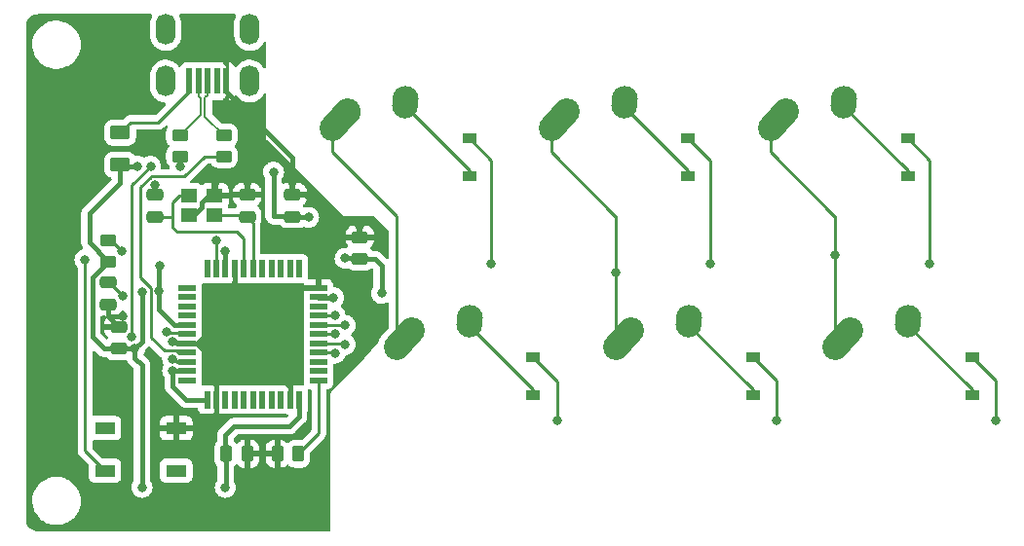
<source format=gbr>
%TF.GenerationSoftware,KiCad,Pcbnew,(6.0.11)*%
%TF.CreationDate,2023-05-27T14:51:32-04:00*%
%TF.ProjectId,MacroPad1.0,4d616372-6f50-4616-9431-2e302e6b6963,rev?*%
%TF.SameCoordinates,Original*%
%TF.FileFunction,Copper,L2,Bot*%
%TF.FilePolarity,Positive*%
%FSLAX46Y46*%
G04 Gerber Fmt 4.6, Leading zero omitted, Abs format (unit mm)*
G04 Created by KiCad (PCBNEW (6.0.11)) date 2023-05-27 14:51:32*
%MOMM*%
%LPD*%
G01*
G04 APERTURE LIST*
G04 Aperture macros list*
%AMRoundRect*
0 Rectangle with rounded corners*
0 $1 Rounding radius*
0 $2 $3 $4 $5 $6 $7 $8 $9 X,Y pos of 4 corners*
0 Add a 4 corners polygon primitive as box body*
4,1,4,$2,$3,$4,$5,$6,$7,$8,$9,$2,$3,0*
0 Add four circle primitives for the rounded corners*
1,1,$1+$1,$2,$3*
1,1,$1+$1,$4,$5*
1,1,$1+$1,$6,$7*
1,1,$1+$1,$8,$9*
0 Add four rect primitives between the rounded corners*
20,1,$1+$1,$2,$3,$4,$5,0*
20,1,$1+$1,$4,$5,$6,$7,0*
20,1,$1+$1,$6,$7,$8,$9,0*
20,1,$1+$1,$8,$9,$2,$3,0*%
%AMHorizOval*
0 Thick line with rounded ends*
0 $1 width*
0 $2 $3 position (X,Y) of the first rounded end (center of the circle)*
0 $4 $5 position (X,Y) of the second rounded end (center of the circle)*
0 Add line between two ends*
20,1,$1,$2,$3,$4,$5,0*
0 Add two circle primitives to create the rounded ends*
1,1,$1,$2,$3*
1,1,$1,$4,$5*%
G04 Aperture macros list end*
%TA.AperFunction,ComponentPad*%
%ADD10HorizOval,2.250000X0.655001X0.730000X-0.655001X-0.730000X0*%
%TD*%
%TA.AperFunction,ComponentPad*%
%ADD11C,2.250000*%
%TD*%
%TA.AperFunction,ComponentPad*%
%ADD12HorizOval,2.250000X0.020000X0.290000X-0.020000X-0.290000X0*%
%TD*%
%TA.AperFunction,SMDPad,CuDef*%
%ADD13RoundRect,0.250000X0.262500X0.450000X-0.262500X0.450000X-0.262500X-0.450000X0.262500X-0.450000X0*%
%TD*%
%TA.AperFunction,SMDPad,CuDef*%
%ADD14RoundRect,0.250000X0.475000X-0.250000X0.475000X0.250000X-0.475000X0.250000X-0.475000X-0.250000X0*%
%TD*%
%TA.AperFunction,SMDPad,CuDef*%
%ADD15R,1.200000X0.900000*%
%TD*%
%TA.AperFunction,SMDPad,CuDef*%
%ADD16RoundRect,0.250000X-0.475000X0.250000X-0.475000X-0.250000X0.475000X-0.250000X0.475000X0.250000X0*%
%TD*%
%TA.AperFunction,SMDPad,CuDef*%
%ADD17RoundRect,0.250000X-0.450000X0.262500X-0.450000X-0.262500X0.450000X-0.262500X0.450000X0.262500X0*%
%TD*%
%TA.AperFunction,SMDPad,CuDef*%
%ADD18RoundRect,0.250000X-0.625000X0.375000X-0.625000X-0.375000X0.625000X-0.375000X0.625000X0.375000X0*%
%TD*%
%TA.AperFunction,SMDPad,CuDef*%
%ADD19RoundRect,0.250000X-0.250000X-0.475000X0.250000X-0.475000X0.250000X0.475000X-0.250000X0.475000X0*%
%TD*%
%TA.AperFunction,SMDPad,CuDef*%
%ADD20R,1.800000X1.100000*%
%TD*%
%TA.AperFunction,SMDPad,CuDef*%
%ADD21R,0.500000X2.250000*%
%TD*%
%TA.AperFunction,ComponentPad*%
%ADD22O,1.700000X2.700000*%
%TD*%
%TA.AperFunction,SMDPad,CuDef*%
%ADD23R,1.500000X0.550000*%
%TD*%
%TA.AperFunction,SMDPad,CuDef*%
%ADD24R,0.550000X1.500000*%
%TD*%
%TA.AperFunction,SMDPad,CuDef*%
%ADD25R,1.400000X1.200000*%
%TD*%
%TA.AperFunction,ViaPad*%
%ADD26C,0.800000*%
%TD*%
%TA.AperFunction,Conductor*%
%ADD27C,0.400000*%
%TD*%
%TA.AperFunction,Conductor*%
%ADD28C,0.250000*%
%TD*%
%TA.AperFunction,Conductor*%
%ADD29C,0.200000*%
%TD*%
G04 APERTURE END LIST*
D10*
%TO.P,MX6,1,COL*%
%TO.N,Col2*%
X136545001Y-100203250D03*
D11*
X137200000Y-99473250D03*
%TO.P,MX6,2,ROW*%
%TO.N,Net-(D6-Pad2)*%
X142240000Y-98393250D03*
D12*
X142220000Y-98683250D03*
%TD*%
D11*
%TO.P,MX3,1,COL*%
%TO.N,Col1*%
X112562000Y-80423250D03*
D10*
X111907001Y-81153250D03*
D12*
%TO.P,MX3,2,ROW*%
%TO.N,Net-(D3-Pad2)*%
X117582000Y-79633250D03*
D11*
X117602000Y-79343250D03*
%TD*%
%TO.P,MX5,1,COL*%
%TO.N,Col2*%
X131612000Y-80423250D03*
D10*
X130957001Y-81153250D03*
D11*
%TO.P,MX5,2,ROW*%
%TO.N,Net-(D5-Pad2)*%
X136652000Y-79343250D03*
D12*
X136632000Y-79633250D03*
%TD*%
D11*
%TO.P,MX4,1,COL*%
%TO.N,Col1*%
X118150000Y-99473250D03*
D10*
X117495001Y-100203250D03*
D11*
%TO.P,MX4,2,ROW*%
%TO.N,Net-(D4-Pad2)*%
X123190000Y-98393250D03*
D12*
X123170000Y-98683250D03*
%TD*%
D10*
%TO.P,MX1,1,COL*%
%TO.N,Col0*%
X92888751Y-81153250D03*
D11*
X93543750Y-80423250D03*
%TO.P,MX1,2,ROW*%
%TO.N,Net-(D1-Pad2)*%
X98583750Y-79343250D03*
D12*
X98563750Y-79633250D03*
%TD*%
D11*
%TO.P,MX2,1,COL*%
%TO.N,Col0*%
X99100000Y-99473250D03*
D10*
X98445001Y-100203250D03*
D11*
%TO.P,MX2,2,ROW*%
%TO.N,Net-(D2-Pad2)*%
X104140000Y-98393250D03*
D12*
X104120000Y-98683250D03*
%TD*%
D13*
%TO.P,R4,1*%
%TO.N,Net-(R4-Pad1)*%
X89273500Y-110204250D03*
%TO.P,R4,2*%
%TO.N,GND*%
X87448500Y-110204250D03*
%TD*%
D14*
%TO.P,C6,1*%
%TO.N,+5V*%
X94615000Y-93247250D03*
%TO.P,C6,2*%
%TO.N,GND*%
X94615000Y-91347250D03*
%TD*%
D15*
%TO.P,D3,1,K*%
%TO.N,Row0*%
X123158250Y-82773250D03*
%TO.P,D3,2,A*%
%TO.N,Net-(D3-Pad2)*%
X123158250Y-86073250D03*
%TD*%
D16*
%TO.P,C2,1*%
%TO.N,GND*%
X84836000Y-87664250D03*
%TO.P,C2,2*%
%TO.N,Net-(C2-Pad2)*%
X84836000Y-89564250D03*
%TD*%
D14*
%TO.P,C3,1*%
%TO.N,Net-(C3-Pad1)*%
X76835000Y-89596000D03*
%TO.P,C3,2*%
%TO.N,GND*%
X76835000Y-87696000D03*
%TD*%
D15*
%TO.P,D1,1,K*%
%TO.N,Row0*%
X104140000Y-82773250D03*
%TO.P,D1,2,A*%
%TO.N,Net-(D1-Pad2)*%
X104140000Y-86073250D03*
%TD*%
%TO.P,D6,1,K*%
%TO.N,Row1*%
X147828000Y-101823250D03*
%TO.P,D6,2,A*%
%TO.N,Net-(D6-Pad2)*%
X147828000Y-105123250D03*
%TD*%
D17*
%TO.P,R3,1*%
%TO.N,Net-(R3-Pad1)*%
X72771000Y-91638750D03*
%TO.P,R3,2*%
%TO.N,+5V*%
X72771000Y-93463750D03*
%TD*%
%TO.P,R1,1*%
%TO.N,D-*%
X78994000Y-82494750D03*
%TO.P,R1,2*%
%TO.N,Net-(R1-Pad2)*%
X78994000Y-84319750D03*
%TD*%
D15*
%TO.P,D2,1,K*%
%TO.N,Row1*%
X109696250Y-101823250D03*
%TO.P,D2,2,A*%
%TO.N,Net-(D2-Pad2)*%
X109696250Y-105123250D03*
%TD*%
D14*
%TO.P,C4,1*%
%TO.N,+5V*%
X73660000Y-101060250D03*
%TO.P,C4,2*%
%TO.N,GND*%
X73660000Y-99160250D03*
%TD*%
D18*
%TO.P,F1,1*%
%TO.N,VCC*%
X73787000Y-82261250D03*
%TO.P,F1,2*%
%TO.N,+5V*%
X73787000Y-85061250D03*
%TD*%
D14*
%TO.P,C1,1*%
%TO.N,+5V*%
X88773000Y-89564250D03*
%TO.P,C1,2*%
%TO.N,GND*%
X88773000Y-87664250D03*
%TD*%
D19*
%TO.P,C5,1*%
%TO.N,+5V*%
X82966000Y-110204250D03*
%TO.P,C5,2*%
%TO.N,GND*%
X84866000Y-110204250D03*
%TD*%
D20*
%TO.P,SW1,1,1*%
%TO.N,GND*%
X78665000Y-107973250D03*
%TO.P,SW1,2,2*%
%TO.N,Net-(R3-Pad1)*%
X72465000Y-111673250D03*
%TO.P,SW1,3*%
%TO.N,N/C*%
X78665000Y-111673250D03*
%TO.P,SW1,4*%
X72465000Y-107973250D03*
%TD*%
D15*
%TO.P,D4,1,K*%
%TO.N,Row1*%
X128778000Y-101823250D03*
%TO.P,D4,2,A*%
%TO.N,Net-(D4-Pad2)*%
X128778000Y-105123250D03*
%TD*%
D21*
%TO.P,USB1,1,GND*%
%TO.N,GND*%
X83007000Y-77782500D03*
%TO.P,USB1,2,ID*%
%TO.N,unconnected-(USB1-Pad2)*%
X82207000Y-77782500D03*
%TO.P,USB1,3,D+*%
%TO.N,D+*%
X81407000Y-77782500D03*
%TO.P,USB1,4,D-*%
%TO.N,D-*%
X80607000Y-77782500D03*
%TO.P,USB1,5,VBUS*%
%TO.N,VCC*%
X79807000Y-77782500D03*
D22*
%TO.P,USB1,6,SHIELD*%
%TO.N,unconnected-(USB1-Pad6)*%
X85057000Y-77782500D03*
X77757000Y-77782500D03*
X85057000Y-73282500D03*
X77757000Y-73282500D03*
%TD*%
D15*
%TO.P,D5,1,K*%
%TO.N,Row0*%
X142240000Y-82773250D03*
%TO.P,D5,2,A*%
%TO.N,Net-(D5-Pad2)*%
X142240000Y-86073250D03*
%TD*%
D23*
%TO.P,U1,1,PE6*%
%TO.N,unconnected-(U1-Pad1)*%
X79644000Y-103790250D03*
%TO.P,U1,2,UVCC*%
%TO.N,+5V*%
X79644000Y-102990250D03*
%TO.P,U1,3,D-*%
%TO.N,Net-(R1-Pad2)*%
X79644000Y-102190250D03*
%TO.P,U1,4,D+*%
%TO.N,Net-(R2-Pad2)*%
X79644000Y-101390250D03*
%TO.P,U1,5,UGND*%
%TO.N,GND*%
X79644000Y-100590250D03*
%TO.P,U1,6,UCAP*%
%TO.N,Net-(C7-Pad1)*%
X79644000Y-99790250D03*
%TO.P,U1,7,VBUS*%
%TO.N,+5V*%
X79644000Y-98990250D03*
%TO.P,U1,8,PB0*%
%TO.N,unconnected-(U1-Pad8)*%
X79644000Y-98190250D03*
%TO.P,U1,9,PB1*%
%TO.N,unconnected-(U1-Pad9)*%
X79644000Y-97390250D03*
%TO.P,U1,10,PB2*%
%TO.N,unconnected-(U1-Pad10)*%
X79644000Y-96590250D03*
%TO.P,U1,11,PB3*%
%TO.N,unconnected-(U1-Pad11)*%
X79644000Y-95790250D03*
D24*
%TO.P,U1,12,PB7*%
%TO.N,unconnected-(U1-Pad12)*%
X81344000Y-94090250D03*
%TO.P,U1,13,~{RESET}*%
%TO.N,Net-(R3-Pad1)*%
X82144000Y-94090250D03*
%TO.P,U1,14,VCC*%
%TO.N,+5V*%
X82944000Y-94090250D03*
%TO.P,U1,15,GND*%
%TO.N,GND*%
X83744000Y-94090250D03*
%TO.P,U1,16,XTAL2*%
%TO.N,Net-(C3-Pad1)*%
X84544000Y-94090250D03*
%TO.P,U1,17,XTAL1*%
%TO.N,Net-(C2-Pad2)*%
X85344000Y-94090250D03*
%TO.P,U1,18,PD0*%
%TO.N,unconnected-(U1-Pad18)*%
X86144000Y-94090250D03*
%TO.P,U1,19,PD1*%
%TO.N,unconnected-(U1-Pad19)*%
X86944000Y-94090250D03*
%TO.P,U1,20,PD2*%
%TO.N,unconnected-(U1-Pad20)*%
X87744000Y-94090250D03*
%TO.P,U1,21,PD3*%
%TO.N,unconnected-(U1-Pad21)*%
X88544000Y-94090250D03*
%TO.P,U1,22,PD5*%
%TO.N,unconnected-(U1-Pad22)*%
X89344000Y-94090250D03*
D23*
%TO.P,U1,23,GND*%
%TO.N,GND*%
X91044000Y-95790250D03*
%TO.P,U1,24,AVCC*%
%TO.N,+5V*%
X91044000Y-96590250D03*
%TO.P,U1,25,PD4*%
%TO.N,unconnected-(U1-Pad25)*%
X91044000Y-97390250D03*
%TO.P,U1,26,PD6*%
%TO.N,Col2*%
X91044000Y-98190250D03*
%TO.P,U1,27,PD7*%
%TO.N,Row0*%
X91044000Y-98990250D03*
%TO.P,U1,28,PB4*%
%TO.N,Col1*%
X91044000Y-99790250D03*
%TO.P,U1,29,PB5*%
%TO.N,Col0*%
X91044000Y-100590250D03*
%TO.P,U1,30,PB6*%
%TO.N,Row1*%
X91044000Y-101390250D03*
%TO.P,U1,31,PC6*%
%TO.N,unconnected-(U1-Pad31)*%
X91044000Y-102190250D03*
%TO.P,U1,32,PC7*%
%TO.N,unconnected-(U1-Pad32)*%
X91044000Y-102990250D03*
%TO.P,U1,33,~{HWB}/PE2*%
%TO.N,Net-(R4-Pad1)*%
X91044000Y-103790250D03*
D24*
%TO.P,U1,34,VCC*%
%TO.N,+5V*%
X89344000Y-105490250D03*
%TO.P,U1,35,GND*%
%TO.N,GND*%
X88544000Y-105490250D03*
%TO.P,U1,36,PF7*%
%TO.N,unconnected-(U1-Pad36)*%
X87744000Y-105490250D03*
%TO.P,U1,37,PF6*%
%TO.N,unconnected-(U1-Pad37)*%
X86944000Y-105490250D03*
%TO.P,U1,38,PF5*%
%TO.N,unconnected-(U1-Pad38)*%
X86144000Y-105490250D03*
%TO.P,U1,39,PF4*%
%TO.N,unconnected-(U1-Pad39)*%
X85344000Y-105490250D03*
%TO.P,U1,40,PF1*%
%TO.N,unconnected-(U1-Pad40)*%
X84544000Y-105490250D03*
%TO.P,U1,41,PF0*%
%TO.N,unconnected-(U1-Pad41)*%
X83744000Y-105490250D03*
%TO.P,U1,42,AREF*%
%TO.N,unconnected-(U1-Pad42)*%
X82944000Y-105490250D03*
%TO.P,U1,43,GND*%
%TO.N,GND*%
X82144000Y-105490250D03*
%TO.P,U1,44,AVCC*%
%TO.N,+5V*%
X81344000Y-105490250D03*
%TD*%
D17*
%TO.P,R2,1*%
%TO.N,D+*%
X82804000Y-82494750D03*
%TO.P,R2,2*%
%TO.N,Net-(R2-Pad2)*%
X82804000Y-84319750D03*
%TD*%
D16*
%TO.P,C7,1*%
%TO.N,Net-(C7-Pad1)*%
X72771000Y-95284250D03*
%TO.P,C7,2*%
%TO.N,GND*%
X72771000Y-97184250D03*
%TD*%
D25*
%TO.P,Y1,1,1*%
%TO.N,Net-(C2-Pad2)*%
X81999000Y-89464250D03*
%TO.P,Y1,2,2*%
%TO.N,GND*%
X79799000Y-89464250D03*
%TO.P,Y1,3,3*%
%TO.N,Net-(C3-Pad1)*%
X79799000Y-87764250D03*
%TO.P,Y1,4,4*%
%TO.N,GND*%
X81999000Y-87764250D03*
%TD*%
D26*
%TO.N,+5V*%
X93345000Y-93186250D03*
X96520000Y-96234250D03*
X82931000Y-92551250D03*
X78359000Y-102965250D03*
X77178500Y-96069750D03*
X75692000Y-113125250D03*
X82931000Y-113125250D03*
X75311000Y-85185250D03*
X75057000Y-101060250D03*
X90170000Y-89630250D03*
X92329000Y-96615250D03*
X87122000Y-85693250D03*
X77216000Y-93821250D03*
X75692000Y-96107250D03*
%TO.N,GND*%
X82042000Y-86582250D03*
X80899000Y-112109250D03*
X76835000Y-86798750D03*
X84836000Y-86582250D03*
X88773000Y-86582250D03*
X78359000Y-100425250D03*
X94615000Y-90392250D03*
X74041000Y-98266250D03*
X90170000Y-87725250D03*
X84836000Y-112109250D03*
X92837000Y-90392250D03*
%TO.N,Net-(C7-Pad1)*%
X74041000Y-96488250D03*
X77822972Y-99581639D03*
%TO.N,Row0*%
X93345000Y-99028250D03*
X144145000Y-93694250D03*
X106045000Y-93656750D03*
X125095000Y-93694250D03*
%TO.N,Row1*%
X130810000Y-107283250D03*
X92456000Y-101441250D03*
X149860000Y-107283250D03*
X111760000Y-107283250D03*
%TO.N,Col0*%
X93345000Y-100679250D03*
%TO.N,Col1*%
X116840000Y-94456250D03*
X92456000Y-99790250D03*
%TO.N,Col2*%
X135890000Y-92932250D03*
X92456000Y-98139250D03*
%TO.N,Net-(R1-Pad2)*%
X74803000Y-100044250D03*
X78359000Y-101965747D03*
X76441736Y-85185322D03*
X78994000Y-85185750D03*
%TO.N,Net-(R3-Pad1)*%
X73914000Y-92551250D03*
X82169000Y-91662250D03*
X70739000Y-93313250D03*
%TD*%
D27*
%TO.N,+5V*%
X71374000Y-94860750D02*
X71374000Y-100044250D01*
X75057000Y-101060250D02*
X74549000Y-101060250D01*
X89344000Y-106966250D02*
X88519000Y-107791250D01*
X71120000Y-89281000D02*
X71120000Y-91812750D01*
X89344000Y-105490250D02*
X89344000Y-106966250D01*
X78359000Y-104330250D02*
X79519000Y-105490250D01*
X82931000Y-94077250D02*
X82944000Y-94090250D01*
X77178500Y-97631250D02*
X77178500Y-96069750D01*
X71120000Y-91812750D02*
X72771000Y-93463750D01*
X82931000Y-92551250D02*
X82931000Y-94077250D01*
X82931000Y-108553250D02*
X82931000Y-110169250D01*
X79644000Y-98990250D02*
X78537500Y-98990250D01*
X78537500Y-98990250D02*
X77178500Y-97631250D01*
X82966000Y-113090250D02*
X82931000Y-113125250D01*
X92329000Y-96615250D02*
X91069000Y-96615250D01*
X87161000Y-89542250D02*
X87122000Y-89503250D01*
X73787000Y-85061250D02*
X73787000Y-86614000D01*
X75057000Y-101854000D02*
X75057000Y-101060250D01*
X94615000Y-93247250D02*
X95946000Y-93247250D01*
X79519000Y-105490250D02*
X81344000Y-105490250D01*
X75692000Y-96107250D02*
X75692000Y-100425250D01*
X88519000Y-107791250D02*
X83693000Y-107791250D01*
X74549000Y-101060250D02*
X73660000Y-101060250D01*
X83693000Y-107791250D02*
X82931000Y-108553250D01*
X75311000Y-85185250D02*
X73911000Y-85185250D01*
X77178500Y-96069750D02*
X77178500Y-93858750D01*
X90104000Y-89564250D02*
X90170000Y-89630250D01*
X87122000Y-89503250D02*
X87122000Y-85693250D01*
X78384000Y-102990250D02*
X78359000Y-102965250D01*
X75692000Y-102489000D02*
X75057000Y-101854000D01*
X79644000Y-102990250D02*
X78384000Y-102990250D01*
X75692000Y-113125250D02*
X75692000Y-102489000D01*
X71374000Y-100044250D02*
X72390000Y-101060250D01*
X96520000Y-93821250D02*
X96520000Y-96234250D01*
X78359000Y-102965250D02*
X78359000Y-104330250D01*
X72390000Y-101060250D02*
X73660000Y-101060250D01*
X96139000Y-93440250D02*
X96520000Y-93821250D01*
X82931000Y-110169250D02*
X82966000Y-110204250D01*
X88773000Y-89564250D02*
X90104000Y-89564250D01*
X77178500Y-93858750D02*
X77216000Y-93821250D01*
X95946000Y-93247250D02*
X96139000Y-93440250D01*
X73787000Y-86614000D02*
X71120000Y-89281000D01*
X75692000Y-100425250D02*
X75057000Y-101060250D01*
X88773000Y-89542250D02*
X87161000Y-89542250D01*
X72771000Y-93463750D02*
X71374000Y-94860750D01*
X73911000Y-85185250D02*
X73787000Y-85061250D01*
X91069000Y-96615250D02*
X91044000Y-96590250D01*
X82966000Y-110204250D02*
X82966000Y-113090250D01*
X93345000Y-93186250D02*
X94554000Y-93186250D01*
%TO.N,GND*%
X78665000Y-107973250D02*
X80844000Y-107973250D01*
X74036000Y-98271250D02*
X74041000Y-98266250D01*
X84866000Y-110204250D02*
X87448500Y-110204250D01*
X80899000Y-88764250D02*
X80199000Y-89464250D01*
X80899000Y-88360250D02*
X80899000Y-88764250D01*
X81495000Y-87764250D02*
X80899000Y-88360250D01*
X90109000Y-87664250D02*
X90170000Y-87725250D01*
X72771000Y-97184250D02*
X72771000Y-98271250D01*
X94549000Y-91281250D02*
X94615000Y-91347250D01*
X83007000Y-77782500D02*
X83007000Y-78657500D01*
X80844000Y-107973250D02*
X82169000Y-106648250D01*
X80899000Y-108028250D02*
X80844000Y-107973250D01*
X79644000Y-100590250D02*
X80480000Y-100590250D01*
X88544000Y-104465250D02*
X87400000Y-103321250D01*
X91044000Y-92185250D02*
X92837000Y-90392250D01*
X82144000Y-105490250D02*
X82144000Y-103321250D01*
X82169000Y-105515250D02*
X82144000Y-105490250D01*
X82169000Y-106648250D02*
X82169000Y-105515250D01*
X84866000Y-112079250D02*
X84836000Y-112109250D01*
X82042000Y-87721250D02*
X81999000Y-87764250D01*
X88773000Y-84423500D02*
X88773000Y-86582250D01*
X94615000Y-90392250D02*
X94615000Y-91347250D01*
X82042000Y-86582250D02*
X82042000Y-87721250D01*
X78778000Y-100590250D02*
X79644000Y-100590250D01*
X82144000Y-102254250D02*
X80480000Y-100590250D01*
X87400000Y-103321250D02*
X82144000Y-103321250D01*
X80199000Y-89464250D02*
X79799000Y-89464250D01*
X80480000Y-100590250D02*
X83744000Y-97326250D01*
X78613000Y-100425250D02*
X78778000Y-100590250D01*
X72771000Y-98271250D02*
X74036000Y-98271250D01*
X81999000Y-87764250D02*
X81495000Y-87764250D01*
X80899000Y-112109250D02*
X80899000Y-108028250D01*
X78359000Y-100425250D02*
X78613000Y-100425250D01*
X83744000Y-97326250D02*
X83744000Y-94090250D01*
X72771000Y-98271250D02*
X73660000Y-99160250D01*
X91044000Y-95790250D02*
X91044000Y-92185250D01*
X88773000Y-87664250D02*
X90109000Y-87664250D01*
X91044000Y-95790250D02*
X85280000Y-95790250D01*
X84836000Y-87664250D02*
X84836000Y-86582250D01*
X88544000Y-105490250D02*
X88544000Y-104465250D01*
X83007000Y-78657500D02*
X88773000Y-84423500D01*
X88773000Y-87664250D02*
X88773000Y-86582250D01*
X82144000Y-103321250D02*
X82144000Y-102254250D01*
X84866000Y-110204250D02*
X84866000Y-112079250D01*
X85280000Y-95790250D02*
X83744000Y-97326250D01*
X76835000Y-87696000D02*
X76835000Y-86798750D01*
D28*
%TO.N,Net-(C2-Pad2)*%
X84836000Y-89564250D02*
X85344000Y-90072250D01*
X84736000Y-89464250D02*
X84836000Y-89564250D01*
X85344000Y-90072250D02*
X85344000Y-94090250D01*
X81999000Y-89464250D02*
X84736000Y-89464250D01*
%TO.N,Net-(C3-Pad1)*%
X78359000Y-89535000D02*
X78359000Y-89884250D01*
X79799000Y-87764250D02*
X78955000Y-87764250D01*
X78359000Y-88360250D02*
X78359000Y-89535000D01*
X78359000Y-89884250D02*
X78359000Y-90519250D01*
X84544000Y-91497250D02*
X84544000Y-94090250D01*
X83947000Y-90900250D02*
X84544000Y-91497250D01*
X78359000Y-90519250D02*
X78740000Y-90900250D01*
X78740000Y-90900250D02*
X83947000Y-90900250D01*
X78298000Y-89596000D02*
X78359000Y-89535000D01*
X76835000Y-89596000D02*
X78298000Y-89596000D01*
X78955000Y-87764250D02*
X78359000Y-88360250D01*
%TO.N,Net-(C7-Pad1)*%
X79517000Y-99663250D02*
X79644000Y-99790250D01*
X77904583Y-99663250D02*
X79517000Y-99663250D01*
X72771000Y-95284250D02*
X72837000Y-95284250D01*
X77822972Y-99581639D02*
X77904583Y-99663250D01*
X72837000Y-95284250D02*
X74041000Y-96488250D01*
%TO.N,Row0*%
X93307000Y-98990250D02*
X93345000Y-99028250D01*
X144145000Y-93694250D02*
X144145000Y-84678250D01*
X125095000Y-93694250D02*
X125095000Y-84710000D01*
X91044000Y-98990250D02*
X93307000Y-98990250D01*
X106045000Y-93656750D02*
X106045000Y-84678250D01*
X106045000Y-84678250D02*
X104140000Y-82773250D01*
X125095000Y-84710000D02*
X123158250Y-82773250D01*
X144145000Y-84678250D02*
X142240000Y-82773250D01*
%TO.N,Net-(D1-Pad2)*%
X104140000Y-85519500D02*
X104140000Y-86073250D01*
X98543750Y-79923250D02*
X104140000Y-85519500D01*
%TO.N,Row1*%
X111760000Y-107283250D02*
X111760000Y-103887000D01*
X91044000Y-101390250D02*
X92405000Y-101390250D01*
X130810000Y-103855250D02*
X128778000Y-101823250D01*
X111760000Y-103887000D02*
X109696250Y-101823250D01*
X149860000Y-107283250D02*
X149860000Y-103855250D01*
X149860000Y-103855250D02*
X147828000Y-101823250D01*
X92405000Y-101390250D02*
X92456000Y-101441250D01*
X130810000Y-107283250D02*
X130810000Y-103855250D01*
%TO.N,Net-(D2-Pad2)*%
X104100000Y-98973250D02*
X109696250Y-104569500D01*
X109696250Y-104569500D02*
X109696250Y-105123250D01*
%TO.N,Net-(D3-Pad2)*%
X117562000Y-79923250D02*
X123158250Y-85519500D01*
X123158250Y-85519500D02*
X123158250Y-86073250D01*
%TO.N,Net-(D4-Pad2)*%
X128778000Y-104601250D02*
X128778000Y-105123250D01*
X123150000Y-98973250D02*
X128778000Y-104601250D01*
%TO.N,Net-(D5-Pad2)*%
X136612000Y-79923250D02*
X142240000Y-85551250D01*
X142240000Y-85551250D02*
X142240000Y-86073250D01*
%TO.N,Net-(D6-Pad2)*%
X142200000Y-98973250D02*
X147828000Y-104601250D01*
X147828000Y-104601250D02*
X147828000Y-105123250D01*
%TO.N,VCC*%
X74673000Y-81375250D02*
X77089250Y-81375250D01*
X77089250Y-81375250D02*
X79807000Y-78657500D01*
X79807000Y-78657500D02*
X79807000Y-77782500D01*
X73787000Y-82261250D02*
X74673000Y-81375250D01*
%TO.N,Col0*%
X91044000Y-100590250D02*
X93256000Y-100590250D01*
X97790000Y-89519633D02*
X97790000Y-100933250D01*
X93256000Y-100590250D02*
X93345000Y-100679250D01*
X92233750Y-83963383D02*
X97790000Y-89519633D01*
X92233750Y-81883250D02*
X92233750Y-83963383D01*
%TO.N,Col1*%
X111252000Y-81883250D02*
X111252000Y-83963383D01*
X116791867Y-89503250D02*
X116840000Y-89503250D01*
X91044000Y-99790250D02*
X92456000Y-99790250D01*
X116840000Y-94456250D02*
X116840000Y-100933250D01*
X116840000Y-89503250D02*
X116840000Y-94456250D01*
X111252000Y-83963383D02*
X116791867Y-89503250D01*
%TO.N,Col2*%
X135890000Y-89503250D02*
X135890000Y-100933250D01*
X130302000Y-83963383D02*
X135841867Y-89503250D01*
X92405000Y-98190250D02*
X92456000Y-98139250D01*
X135841867Y-89503250D02*
X135890000Y-89503250D01*
X130302000Y-81883250D02*
X130302000Y-83963383D01*
X91044000Y-98190250D02*
X92405000Y-98190250D01*
D29*
%TO.N,D-*%
X80607000Y-79083000D02*
X80772000Y-79248000D01*
X80607000Y-77782500D02*
X80607000Y-79083000D01*
X80772000Y-80688750D02*
X78994000Y-82466750D01*
X80772000Y-79248000D02*
X80772000Y-80688750D01*
X78994000Y-82466750D02*
X78994000Y-82494750D01*
D28*
%TO.N,Net-(R1-Pad2)*%
X78502497Y-101965747D02*
X78740000Y-102203250D01*
X78359000Y-101965747D02*
X78502497Y-101965747D01*
X78740000Y-102203250D02*
X79631000Y-102203250D01*
X78994000Y-84319750D02*
X78994000Y-85185250D01*
X78994000Y-85185250D02*
X78994000Y-85185750D01*
X79631000Y-102203250D02*
X79644000Y-102190250D01*
X76441736Y-85185322D02*
X74803000Y-86824058D01*
X74803000Y-86824058D02*
X74803000Y-100044250D01*
D29*
%TO.N,D+*%
X81407000Y-78994000D02*
X81172000Y-79229000D01*
X81172000Y-80862750D02*
X82804000Y-82494750D01*
X81172000Y-79229000D02*
X81172000Y-80862750D01*
X81407000Y-77782500D02*
X81407000Y-78994000D01*
D28*
%TO.N,Net-(R2-Pad2)*%
X76454000Y-95769945D02*
X76454000Y-100077313D01*
X79375000Y-86074250D02*
X76454000Y-86074250D01*
X78808808Y-101390250D02*
X79644000Y-101390250D01*
X77617434Y-101240747D02*
X78659305Y-101240747D01*
X82804000Y-84319750D02*
X81129500Y-84319750D01*
X75565000Y-94880945D02*
X76454000Y-95769945D01*
X75565000Y-86995000D02*
X75565000Y-94880945D01*
X78659305Y-101240747D02*
X78808808Y-101390250D01*
X76454000Y-86074250D02*
X76454000Y-86106000D01*
X76454000Y-100077313D02*
X77617434Y-101240747D01*
X76454000Y-86106000D02*
X75565000Y-86995000D01*
X81129500Y-84319750D02*
X79375000Y-86074250D01*
%TO.N,Net-(R3-Pad1)*%
X70739000Y-93313250D02*
X70739000Y-109947250D01*
X70739000Y-109947250D02*
X72465000Y-111673250D01*
X72771000Y-91638750D02*
X73001500Y-91638750D01*
X73001500Y-91638750D02*
X73914000Y-92551250D01*
X82169000Y-94065250D02*
X82144000Y-94090250D01*
X82169000Y-91662250D02*
X82169000Y-94065250D01*
%TO.N,Net-(R4-Pad1)*%
X89273500Y-110204250D02*
X91044000Y-108433750D01*
X91044000Y-108433750D02*
X91044000Y-103790250D01*
%TD*%
%TA.AperFunction,Conductor*%
%TO.N,GND*%
G36*
X76521366Y-71966002D02*
G01*
X76567859Y-72019658D01*
X76577963Y-72089932D01*
X76562747Y-72134332D01*
X76519325Y-72210614D01*
X76440663Y-72427325D01*
X76439714Y-72432574D01*
X76439713Y-72432577D01*
X76400377Y-72650108D01*
X76400376Y-72650115D01*
X76399639Y-72654192D01*
X76398500Y-72678344D01*
X76398500Y-73840390D01*
X76413080Y-74012220D01*
X76414418Y-74017375D01*
X76414419Y-74017381D01*
X76468520Y-74225821D01*
X76470999Y-74235372D01*
X76473191Y-74240238D01*
X76473192Y-74240241D01*
X76504555Y-74309864D01*
X76565688Y-74445575D01*
X76694441Y-74636819D01*
X76698120Y-74640676D01*
X76698122Y-74640678D01*
X76764287Y-74710036D01*
X76853576Y-74803635D01*
X77038542Y-74941254D01*
X77043293Y-74943670D01*
X77043297Y-74943672D01*
X77141296Y-74993497D01*
X77244051Y-75045740D01*
X77249145Y-75047322D01*
X77249148Y-75047323D01*
X77449020Y-75109385D01*
X77464227Y-75114107D01*
X77469516Y-75114808D01*
X77687489Y-75143698D01*
X77687494Y-75143698D01*
X77692774Y-75144398D01*
X77698103Y-75144198D01*
X77698105Y-75144198D01*
X77807966Y-75140073D01*
X77923158Y-75135749D01*
X78148791Y-75088407D01*
X78153750Y-75086449D01*
X78153752Y-75086448D01*
X78358256Y-75005685D01*
X78358258Y-75005684D01*
X78363221Y-75003724D01*
X78462184Y-74943672D01*
X78555757Y-74886890D01*
X78555756Y-74886890D01*
X78560317Y-74884123D01*
X78583060Y-74864388D01*
X78730412Y-74736523D01*
X78730414Y-74736521D01*
X78734445Y-74733023D01*
X78786965Y-74668970D01*
X78877240Y-74558873D01*
X78877244Y-74558867D01*
X78880624Y-74554745D01*
X78994675Y-74354386D01*
X79073337Y-74137675D01*
X79074287Y-74132423D01*
X79113623Y-73914892D01*
X79113624Y-73914885D01*
X79114361Y-73910808D01*
X79115500Y-73886656D01*
X79115500Y-72724610D01*
X79107342Y-72628462D01*
X79101371Y-72558091D01*
X79101370Y-72558087D01*
X79100920Y-72552780D01*
X79099582Y-72547625D01*
X79099581Y-72547619D01*
X79044343Y-72334797D01*
X79044342Y-72334793D01*
X79043001Y-72329628D01*
X78950260Y-72123749D01*
X78940519Y-72053425D01*
X78970344Y-71988998D01*
X79030268Y-71950922D01*
X79065142Y-71946000D01*
X83753245Y-71946000D01*
X83821366Y-71966002D01*
X83867859Y-72019658D01*
X83877963Y-72089932D01*
X83862747Y-72134332D01*
X83819325Y-72210614D01*
X83740663Y-72427325D01*
X83739714Y-72432574D01*
X83739713Y-72432577D01*
X83700377Y-72650108D01*
X83700376Y-72650115D01*
X83699639Y-72654192D01*
X83698500Y-72678344D01*
X83698500Y-73840390D01*
X83713080Y-74012220D01*
X83714418Y-74017375D01*
X83714419Y-74017381D01*
X83768520Y-74225821D01*
X83770999Y-74235372D01*
X83773191Y-74240238D01*
X83773192Y-74240241D01*
X83804555Y-74309864D01*
X83865688Y-74445575D01*
X83994441Y-74636819D01*
X83998120Y-74640676D01*
X83998122Y-74640678D01*
X84064287Y-74710036D01*
X84153576Y-74803635D01*
X84338542Y-74941254D01*
X84343293Y-74943670D01*
X84343297Y-74943672D01*
X84441296Y-74993497D01*
X84544051Y-75045740D01*
X84549145Y-75047322D01*
X84549148Y-75047323D01*
X84749020Y-75109385D01*
X84764227Y-75114107D01*
X84769516Y-75114808D01*
X84987489Y-75143698D01*
X84987494Y-75143698D01*
X84992774Y-75144398D01*
X84998103Y-75144198D01*
X84998105Y-75144198D01*
X85107966Y-75140073D01*
X85223158Y-75135749D01*
X85448791Y-75088407D01*
X85453750Y-75086449D01*
X85453752Y-75086448D01*
X85658256Y-75005685D01*
X85658258Y-75005684D01*
X85663221Y-75003724D01*
X85762184Y-74943672D01*
X85855757Y-74886890D01*
X85855756Y-74886890D01*
X85860317Y-74884123D01*
X85883060Y-74864388D01*
X86030412Y-74736523D01*
X86030414Y-74736521D01*
X86034445Y-74733023D01*
X86086965Y-74668970D01*
X86177240Y-74558873D01*
X86177244Y-74558867D01*
X86180624Y-74554745D01*
X86251498Y-74430237D01*
X86302580Y-74380931D01*
X86372211Y-74367069D01*
X86438281Y-74393052D01*
X86479816Y-74450632D01*
X86487000Y-74492569D01*
X86487000Y-76563733D01*
X86466998Y-76631854D01*
X86413342Y-76678347D01*
X86343068Y-76688451D01*
X86278488Y-76658957D01*
X86250905Y-76625011D01*
X86250503Y-76624288D01*
X86248312Y-76619425D01*
X86119559Y-76428181D01*
X86110995Y-76419203D01*
X85998974Y-76301776D01*
X85960424Y-76261365D01*
X85915270Y-76227769D01*
X85823559Y-76159534D01*
X85775458Y-76123746D01*
X85770707Y-76121330D01*
X85770703Y-76121328D01*
X85648731Y-76059315D01*
X85569949Y-76019260D01*
X85564855Y-76017678D01*
X85564852Y-76017677D01*
X85354871Y-75952476D01*
X85349773Y-75950893D01*
X85344484Y-75950192D01*
X85126511Y-75921302D01*
X85126506Y-75921302D01*
X85121226Y-75920602D01*
X85115897Y-75920802D01*
X85115895Y-75920802D01*
X85006034Y-75924926D01*
X84890842Y-75929251D01*
X84665209Y-75976593D01*
X84660250Y-75978551D01*
X84660248Y-75978552D01*
X84455744Y-76059315D01*
X84455742Y-76059316D01*
X84450779Y-76061276D01*
X84446220Y-76064043D01*
X84446217Y-76064044D01*
X84304779Y-76149871D01*
X84253683Y-76180877D01*
X84249653Y-76184374D01*
X84102390Y-76312162D01*
X84079555Y-76331977D01*
X84076168Y-76336108D01*
X83942323Y-76499343D01*
X83883663Y-76539338D01*
X83812693Y-76541269D01*
X83751945Y-76504525D01*
X83726907Y-76463681D01*
X83710325Y-76419448D01*
X83701786Y-76403851D01*
X83625285Y-76301776D01*
X83612724Y-76289215D01*
X83510649Y-76212714D01*
X83495054Y-76204176D01*
X83374606Y-76159022D01*
X83359351Y-76155395D01*
X83308486Y-76149869D01*
X83301672Y-76149500D01*
X83275115Y-76149500D01*
X83259876Y-76153975D01*
X83258671Y-76155365D01*
X83257000Y-76163048D01*
X83257000Y-79397384D01*
X83261475Y-79412623D01*
X83262865Y-79413828D01*
X83270548Y-79415499D01*
X83301669Y-79415499D01*
X83308490Y-79415129D01*
X83359352Y-79409605D01*
X83374604Y-79405979D01*
X83495054Y-79360824D01*
X83510649Y-79352286D01*
X83612724Y-79275785D01*
X83625285Y-79263224D01*
X83701786Y-79161149D01*
X83710324Y-79145554D01*
X83728172Y-79097946D01*
X83770814Y-79041181D01*
X83837376Y-79016482D01*
X83906725Y-79031690D01*
X83950674Y-79071809D01*
X83991461Y-79132392D01*
X83994441Y-79136819D01*
X83998120Y-79140676D01*
X83998122Y-79140678D01*
X84023074Y-79166834D01*
X84153576Y-79303635D01*
X84338542Y-79441254D01*
X84343293Y-79443670D01*
X84343297Y-79443672D01*
X84441297Y-79493497D01*
X84544051Y-79545740D01*
X84549145Y-79547322D01*
X84549148Y-79547323D01*
X84723655Y-79601509D01*
X84764227Y-79614107D01*
X84769516Y-79614808D01*
X84987489Y-79643698D01*
X84987494Y-79643698D01*
X84992774Y-79644398D01*
X84998103Y-79644198D01*
X84998105Y-79644198D01*
X85107966Y-79640073D01*
X85223158Y-79635749D01*
X85448791Y-79588407D01*
X85453750Y-79586449D01*
X85453752Y-79586448D01*
X85658256Y-79505685D01*
X85658258Y-79505684D01*
X85663221Y-79503724D01*
X85693959Y-79485072D01*
X85855757Y-79386890D01*
X85855756Y-79386890D01*
X85860317Y-79384123D01*
X85942188Y-79313079D01*
X86030412Y-79236523D01*
X86030414Y-79236521D01*
X86034445Y-79233023D01*
X86108092Y-79143204D01*
X86177240Y-79058873D01*
X86177244Y-79058867D01*
X86180624Y-79054745D01*
X86184751Y-79047496D01*
X86251498Y-78930237D01*
X86302580Y-78880931D01*
X86372211Y-78867069D01*
X86438281Y-78893052D01*
X86479816Y-78950632D01*
X86487000Y-78992569D01*
X86487000Y-82804000D01*
X93218000Y-89535000D01*
X95832810Y-89535000D01*
X95900931Y-89555002D01*
X95921905Y-89571905D01*
X97119595Y-90769595D01*
X97153621Y-90831907D01*
X97156500Y-90858690D01*
X97156500Y-93151590D01*
X97136498Y-93219711D01*
X97082842Y-93266204D01*
X97012568Y-93276308D01*
X96947988Y-93246814D01*
X96941405Y-93240685D01*
X96467450Y-92766730D01*
X96461596Y-92760465D01*
X96459526Y-92758092D01*
X96423561Y-92716865D01*
X96371280Y-92680121D01*
X96365986Y-92676189D01*
X96321693Y-92641459D01*
X96315718Y-92636774D01*
X96308802Y-92633651D01*
X96306516Y-92632267D01*
X96291835Y-92623893D01*
X96289475Y-92622628D01*
X96283261Y-92618260D01*
X96276182Y-92615500D01*
X96276180Y-92615499D01*
X96223725Y-92595048D01*
X96217656Y-92592497D01*
X96159427Y-92566205D01*
X96151960Y-92564821D01*
X96149405Y-92564020D01*
X96133152Y-92559391D01*
X96130572Y-92558728D01*
X96123491Y-92555968D01*
X96115960Y-92554977D01*
X96115958Y-92554976D01*
X96086339Y-92551077D01*
X96060139Y-92547628D01*
X96053641Y-92546598D01*
X95990814Y-92534954D01*
X95983234Y-92535391D01*
X95983233Y-92535391D01*
X95928608Y-92538541D01*
X95921354Y-92538750D01*
X95756480Y-92538750D01*
X95688359Y-92518748D01*
X95667462Y-92501923D01*
X95605008Y-92439577D01*
X95563303Y-92397945D01*
X95558765Y-92395148D01*
X95518176Y-92337897D01*
X95514946Y-92266974D01*
X95550572Y-92205563D01*
X95559068Y-92198188D01*
X95569207Y-92190152D01*
X95683739Y-92075421D01*
X95692751Y-92064010D01*
X95777816Y-91926007D01*
X95783963Y-91912826D01*
X95835138Y-91758540D01*
X95838005Y-91745164D01*
X95847672Y-91650812D01*
X95848000Y-91644396D01*
X95848000Y-91619365D01*
X95843525Y-91604126D01*
X95842135Y-91602921D01*
X95834452Y-91601250D01*
X93400116Y-91601250D01*
X93384877Y-91605725D01*
X93383672Y-91607115D01*
X93382001Y-91614798D01*
X93382001Y-91644345D01*
X93382338Y-91650864D01*
X93392257Y-91746456D01*
X93395149Y-91759850D01*
X93446588Y-91914034D01*
X93452761Y-91927212D01*
X93538066Y-92065062D01*
X93545245Y-92074120D01*
X93571881Y-92139930D01*
X93558709Y-92209694D01*
X93509910Y-92261262D01*
X93441864Y-92278043D01*
X93440487Y-92277750D01*
X93249513Y-92277750D01*
X93243061Y-92279122D01*
X93243056Y-92279122D01*
X93156113Y-92297603D01*
X93062712Y-92317456D01*
X93056682Y-92320141D01*
X93056681Y-92320141D01*
X92894278Y-92392447D01*
X92894276Y-92392448D01*
X92888248Y-92395132D01*
X92733747Y-92507384D01*
X92729326Y-92512294D01*
X92729325Y-92512295D01*
X92719775Y-92522902D01*
X92605960Y-92649306D01*
X92510473Y-92814694D01*
X92451458Y-92996322D01*
X92450768Y-93002883D01*
X92450768Y-93002885D01*
X92440356Y-93101953D01*
X92431496Y-93186250D01*
X92451458Y-93376178D01*
X92510473Y-93557806D01*
X92605960Y-93723194D01*
X92733747Y-93865116D01*
X92824227Y-93930854D01*
X92861716Y-93958091D01*
X92888248Y-93977368D01*
X92894276Y-93980052D01*
X92894278Y-93980053D01*
X93049110Y-94048988D01*
X93062712Y-94055044D01*
X93136471Y-94070722D01*
X93243056Y-94093378D01*
X93243061Y-94093378D01*
X93249513Y-94094750D01*
X93440487Y-94094750D01*
X93446939Y-94093378D01*
X93446944Y-94093378D01*
X93534725Y-94074719D01*
X93560139Y-94069317D01*
X93630929Y-94074719D01*
X93663023Y-94092888D01*
X93666697Y-94096555D01*
X93672927Y-94100395D01*
X93810090Y-94184944D01*
X93817262Y-94189365D01*
X93897005Y-94215814D01*
X93978611Y-94242882D01*
X93978613Y-94242882D01*
X93985139Y-94245047D01*
X93991975Y-94245747D01*
X93991978Y-94245748D01*
X94035031Y-94250159D01*
X94089600Y-94255750D01*
X95140400Y-94255750D01*
X95143646Y-94255413D01*
X95143650Y-94255413D01*
X95239308Y-94245488D01*
X95239312Y-94245487D01*
X95246166Y-94244776D01*
X95252702Y-94242595D01*
X95252704Y-94242595D01*
X95400392Y-94193322D01*
X95413946Y-94188800D01*
X95564348Y-94095728D01*
X95589233Y-94070799D01*
X95651514Y-94036720D01*
X95722334Y-94041722D01*
X95767501Y-94070722D01*
X95774595Y-94077816D01*
X95808621Y-94140128D01*
X95811500Y-94166911D01*
X95811500Y-95615506D01*
X95791498Y-95683627D01*
X95787436Y-95689567D01*
X95785379Y-95692398D01*
X95780960Y-95697306D01*
X95685473Y-95862694D01*
X95626458Y-96044322D01*
X95625768Y-96050883D01*
X95625768Y-96050885D01*
X95609605Y-96204670D01*
X95606496Y-96234250D01*
X95607186Y-96240815D01*
X95612645Y-96292750D01*
X95626458Y-96424178D01*
X95685473Y-96605806D01*
X95688776Y-96611528D01*
X95688777Y-96611529D01*
X95693883Y-96620373D01*
X95780960Y-96771194D01*
X95785378Y-96776101D01*
X95785379Y-96776102D01*
X95883500Y-96885076D01*
X95908747Y-96913116D01*
X96063248Y-97025368D01*
X96069276Y-97028052D01*
X96069278Y-97028053D01*
X96231681Y-97100359D01*
X96237712Y-97103044D01*
X96331113Y-97122897D01*
X96418056Y-97141378D01*
X96418061Y-97141378D01*
X96424513Y-97142750D01*
X96615487Y-97142750D01*
X96621939Y-97141378D01*
X96621944Y-97141378D01*
X96708887Y-97122897D01*
X96802288Y-97103044D01*
X96826656Y-97092195D01*
X96976752Y-97025368D01*
X96977677Y-97027446D01*
X97036488Y-97013174D01*
X97103581Y-97036391D01*
X97147472Y-97092195D01*
X97156500Y-97139032D01*
X97156500Y-99145092D01*
X97136498Y-99213213D01*
X97124283Y-99229239D01*
X96531313Y-99890106D01*
X96529816Y-99892064D01*
X96438848Y-100011044D01*
X96414246Y-100043221D01*
X96291953Y-100269394D01*
X96258890Y-100363279D01*
X96216619Y-100483310D01*
X96191428Y-100525746D01*
X94997320Y-101852533D01*
X94994636Y-101855423D01*
X92130885Y-104843685D01*
X92075000Y-104902000D01*
X92075000Y-116840500D01*
X92054998Y-116908621D01*
X92001342Y-116955114D01*
X91949000Y-116966500D01*
X66724367Y-116966500D01*
X66704982Y-116965000D01*
X66690149Y-116962690D01*
X66690145Y-116962690D01*
X66681276Y-116961309D01*
X66668603Y-116962966D01*
X66641293Y-116963551D01*
X66498615Y-116951069D01*
X66476987Y-116947255D01*
X66316607Y-116904281D01*
X66295971Y-116896770D01*
X66145487Y-116826598D01*
X66126467Y-116815616D01*
X65990461Y-116720384D01*
X65973636Y-116706266D01*
X65856234Y-116588864D01*
X65842116Y-116572039D01*
X65746884Y-116436033D01*
X65735902Y-116417013D01*
X65704226Y-116349084D01*
X65665730Y-116266529D01*
X65658219Y-116245893D01*
X65615245Y-116085513D01*
X65611431Y-116063883D01*
X65599849Y-115931494D01*
X65599874Y-115909260D01*
X65600270Y-115904842D01*
X65601076Y-115900052D01*
X65601229Y-115887500D01*
X65597273Y-115859876D01*
X65596000Y-115842014D01*
X65596000Y-114278000D01*
X66161717Y-114278000D01*
X66178168Y-114563312D01*
X66178993Y-114567517D01*
X66178994Y-114567525D01*
X66190148Y-114624377D01*
X66233188Y-114843752D01*
X66234575Y-114847802D01*
X66234576Y-114847807D01*
X66286942Y-115000754D01*
X66325760Y-115114131D01*
X66354133Y-115170545D01*
X66432415Y-115326190D01*
X66454169Y-115369444D01*
X66616040Y-115604968D01*
X66808378Y-115816345D01*
X66858425Y-115858191D01*
X67024331Y-115996910D01*
X67024336Y-115996914D01*
X67027623Y-115999662D01*
X67130000Y-116063883D01*
X67266079Y-116149246D01*
X67266083Y-116149248D01*
X67269719Y-116151529D01*
X67530186Y-116269134D01*
X67534305Y-116270354D01*
X67800090Y-116349084D01*
X67800095Y-116349085D01*
X67804203Y-116350302D01*
X67808437Y-116350950D01*
X67808442Y-116350951D01*
X68082459Y-116392881D01*
X68082461Y-116392881D01*
X68086701Y-116393530D01*
X68232188Y-116395816D01*
X68368162Y-116397952D01*
X68368168Y-116397952D01*
X68372453Y-116398019D01*
X68656169Y-116363685D01*
X68932601Y-116291165D01*
X68936561Y-116289525D01*
X68936566Y-116289523D01*
X69078548Y-116230712D01*
X69196633Y-116181799D01*
X69398423Y-116063883D01*
X69439682Y-116039773D01*
X69439683Y-116039773D01*
X69443380Y-116037612D01*
X69668275Y-115861271D01*
X69867158Y-115656041D01*
X70036347Y-115425717D01*
X70132707Y-115248244D01*
X70170662Y-115178339D01*
X70170663Y-115178337D01*
X70172712Y-115174563D01*
X70223222Y-115040894D01*
X70272213Y-114911244D01*
X70272214Y-114911240D01*
X70273731Y-114907226D01*
X70299480Y-114794800D01*
X70336574Y-114632837D01*
X70336575Y-114632833D01*
X70337532Y-114628653D01*
X70362937Y-114343998D01*
X70363398Y-114300000D01*
X70361607Y-114273724D01*
X70344252Y-114019152D01*
X70344251Y-114019146D01*
X70343960Y-114014875D01*
X70338583Y-113988908D01*
X70286875Y-113739224D01*
X70286006Y-113735027D01*
X70190609Y-113465633D01*
X70059533Y-113211678D01*
X70003405Y-113131815D01*
X69897671Y-112981372D01*
X69897670Y-112981371D01*
X69895204Y-112977862D01*
X69700664Y-112768511D01*
X69644109Y-112722221D01*
X69489934Y-112596031D01*
X69479511Y-112587500D01*
X69235838Y-112438177D01*
X69212851Y-112428086D01*
X68997529Y-112333566D01*
X68974154Y-112323305D01*
X68699301Y-112245012D01*
X68416366Y-112204744D01*
X68266449Y-112203959D01*
X68134871Y-112203270D01*
X68134865Y-112203270D01*
X68130584Y-112203248D01*
X68126340Y-112203807D01*
X68126336Y-112203807D01*
X68002152Y-112220156D01*
X67847242Y-112240550D01*
X67843102Y-112241683D01*
X67843100Y-112241683D01*
X67826640Y-112246186D01*
X67571585Y-112315962D01*
X67308712Y-112428086D01*
X67305031Y-112430289D01*
X67067171Y-112572645D01*
X67067167Y-112572648D01*
X67063489Y-112574849D01*
X67060146Y-112577527D01*
X67060142Y-112577530D01*
X67000553Y-112625270D01*
X66840453Y-112753535D01*
X66837509Y-112756637D01*
X66837505Y-112756641D01*
X66646680Y-112957728D01*
X66643730Y-112960837D01*
X66476962Y-113192920D01*
X66343234Y-113445488D01*
X66245021Y-113713868D01*
X66184140Y-113993094D01*
X66162209Y-114271755D01*
X66161717Y-114278000D01*
X65596000Y-114278000D01*
X65596000Y-93313250D01*
X69825496Y-93313250D01*
X69826186Y-93319815D01*
X69840894Y-93459750D01*
X69845458Y-93503178D01*
X69904473Y-93684806D01*
X69999960Y-93850194D01*
X70073137Y-93931465D01*
X70103853Y-93995471D01*
X70105500Y-94015774D01*
X70105500Y-109868483D01*
X70104973Y-109879666D01*
X70103298Y-109887159D01*
X70103547Y-109895085D01*
X70103547Y-109895086D01*
X70105438Y-109955236D01*
X70105500Y-109959195D01*
X70105500Y-109987106D01*
X70105997Y-109991040D01*
X70105997Y-109991041D01*
X70106005Y-109991106D01*
X70106938Y-110002943D01*
X70108327Y-110047139D01*
X70113000Y-110063223D01*
X70113978Y-110066589D01*
X70117987Y-110085950D01*
X70120526Y-110106047D01*
X70123445Y-110113418D01*
X70123445Y-110113420D01*
X70136804Y-110147162D01*
X70140649Y-110158392D01*
X70152982Y-110200843D01*
X70157015Y-110207662D01*
X70157017Y-110207667D01*
X70163293Y-110218278D01*
X70171988Y-110236026D01*
X70179448Y-110254867D01*
X70184110Y-110261283D01*
X70184110Y-110261284D01*
X70205436Y-110290637D01*
X70211952Y-110300557D01*
X70234458Y-110338612D01*
X70248779Y-110352933D01*
X70261619Y-110367966D01*
X70273528Y-110384357D01*
X70279634Y-110389408D01*
X70307605Y-110412548D01*
X70316384Y-110420538D01*
X71019595Y-111123749D01*
X71053621Y-111186061D01*
X71056500Y-111212844D01*
X71056500Y-112271384D01*
X71063255Y-112333566D01*
X71114385Y-112469955D01*
X71201739Y-112586511D01*
X71318295Y-112673865D01*
X71454684Y-112724995D01*
X71516866Y-112731750D01*
X73413134Y-112731750D01*
X73475316Y-112724995D01*
X73611705Y-112673865D01*
X73728261Y-112586511D01*
X73815615Y-112469955D01*
X73866745Y-112333566D01*
X73873500Y-112271384D01*
X73873500Y-111075116D01*
X73866745Y-111012934D01*
X73815615Y-110876545D01*
X73728261Y-110759989D01*
X73611705Y-110672635D01*
X73475316Y-110621505D01*
X73413134Y-110614750D01*
X72354595Y-110614750D01*
X72286474Y-110594748D01*
X72265499Y-110577845D01*
X71409404Y-109721749D01*
X71375379Y-109659437D01*
X71372500Y-109632654D01*
X71372500Y-109156496D01*
X71392502Y-109088375D01*
X71446158Y-109041882D01*
X71510052Y-109031565D01*
X71510072Y-109031197D01*
X71511766Y-109031289D01*
X71512109Y-109031233D01*
X71516866Y-109031750D01*
X73413134Y-109031750D01*
X73475316Y-109024995D01*
X73611705Y-108973865D01*
X73728261Y-108886511D01*
X73815615Y-108769955D01*
X73866745Y-108633566D01*
X73873500Y-108571384D01*
X73873500Y-107375116D01*
X73866745Y-107312934D01*
X73815615Y-107176545D01*
X73728261Y-107059989D01*
X73611705Y-106972635D01*
X73475316Y-106921505D01*
X73417737Y-106915250D01*
X73416531Y-106915119D01*
X73413134Y-106914750D01*
X71516866Y-106914750D01*
X71512109Y-106915267D01*
X71511792Y-106915210D01*
X71510072Y-106915303D01*
X71510050Y-106914898D01*
X71442228Y-106902740D01*
X71390211Y-106854421D01*
X71372500Y-106790004D01*
X71372500Y-101348910D01*
X71392502Y-101280789D01*
X71446158Y-101234296D01*
X71516432Y-101224192D01*
X71581012Y-101253686D01*
X71587595Y-101259815D01*
X71868550Y-101540770D01*
X71874404Y-101547035D01*
X71912439Y-101590635D01*
X71918653Y-101595002D01*
X71964719Y-101627378D01*
X71970014Y-101631311D01*
X72020282Y-101670726D01*
X72027198Y-101673849D01*
X72029484Y-101675233D01*
X72044165Y-101683607D01*
X72046525Y-101684872D01*
X72052739Y-101689240D01*
X72059818Y-101692000D01*
X72059820Y-101692001D01*
X72112275Y-101712452D01*
X72118344Y-101715003D01*
X72176573Y-101741295D01*
X72184040Y-101742679D01*
X72186595Y-101743480D01*
X72202848Y-101748109D01*
X72205428Y-101748772D01*
X72212509Y-101751532D01*
X72220040Y-101752523D01*
X72220042Y-101752524D01*
X72249661Y-101756423D01*
X72275861Y-101759872D01*
X72282359Y-101760902D01*
X72345186Y-101772546D01*
X72352766Y-101772109D01*
X72352767Y-101772109D01*
X72407392Y-101768959D01*
X72414646Y-101768750D01*
X72518520Y-101768750D01*
X72586641Y-101788752D01*
X72607536Y-101805575D01*
X72711697Y-101909555D01*
X72717927Y-101913395D01*
X72717928Y-101913396D01*
X72831012Y-101983102D01*
X72862262Y-102002365D01*
X72906443Y-102017019D01*
X73023611Y-102055882D01*
X73023613Y-102055882D01*
X73030139Y-102058047D01*
X73036975Y-102058747D01*
X73036978Y-102058748D01*
X73080031Y-102063159D01*
X73134600Y-102068750D01*
X74185400Y-102068750D01*
X74188644Y-102068413D01*
X74188652Y-102068413D01*
X74276792Y-102059268D01*
X74346613Y-102072133D01*
X74398395Y-102120704D01*
X74407661Y-102140058D01*
X74424513Y-102184656D01*
X74428817Y-102190919D01*
X74430054Y-102193285D01*
X74438299Y-102208097D01*
X74439632Y-102210351D01*
X74442685Y-102217305D01*
X74454244Y-102232368D01*
X74481579Y-102267991D01*
X74485459Y-102273332D01*
X74517339Y-102319720D01*
X74517344Y-102319725D01*
X74521643Y-102325981D01*
X74527313Y-102331032D01*
X74527314Y-102331034D01*
X74568170Y-102367435D01*
X74573446Y-102372416D01*
X74946595Y-102745565D01*
X74980621Y-102807877D01*
X74983500Y-102834660D01*
X74983500Y-112506506D01*
X74963498Y-112574627D01*
X74959436Y-112580567D01*
X74957379Y-112583398D01*
X74952960Y-112588306D01*
X74949659Y-112594024D01*
X74949658Y-112594025D01*
X74901743Y-112677017D01*
X74857473Y-112753694D01*
X74798458Y-112935322D01*
X74797768Y-112941883D01*
X74797768Y-112941885D01*
X74794317Y-112974721D01*
X74778496Y-113125250D01*
X74779186Y-113131815D01*
X74785242Y-113189430D01*
X74798458Y-113315178D01*
X74857473Y-113496806D01*
X74952960Y-113662194D01*
X75080747Y-113804116D01*
X75179843Y-113876114D01*
X75194944Y-113887085D01*
X75235248Y-113916368D01*
X75241276Y-113919052D01*
X75241278Y-113919053D01*
X75398176Y-113988908D01*
X75409712Y-113994044D01*
X75503113Y-114013897D01*
X75590056Y-114032378D01*
X75590061Y-114032378D01*
X75596513Y-114033750D01*
X75787487Y-114033750D01*
X75793939Y-114032378D01*
X75793944Y-114032378D01*
X75880887Y-114013897D01*
X75974288Y-113994044D01*
X75985824Y-113988908D01*
X76142722Y-113919053D01*
X76142724Y-113919052D01*
X76148752Y-113916368D01*
X76189057Y-113887085D01*
X76204157Y-113876114D01*
X76303253Y-113804116D01*
X76431040Y-113662194D01*
X76526527Y-113496806D01*
X76585542Y-113315178D01*
X76598759Y-113189430D01*
X76604814Y-113131815D01*
X76605504Y-113125250D01*
X76589683Y-112974721D01*
X76586232Y-112941885D01*
X76586232Y-112941883D01*
X76585542Y-112935322D01*
X76526527Y-112753694D01*
X76482258Y-112677017D01*
X76434342Y-112594025D01*
X76434341Y-112594024D01*
X76431040Y-112588306D01*
X76426621Y-112583398D01*
X76424564Y-112580567D01*
X76400705Y-112513699D01*
X76400500Y-112506506D01*
X76400500Y-112271384D01*
X77256500Y-112271384D01*
X77263255Y-112333566D01*
X77314385Y-112469955D01*
X77401739Y-112586511D01*
X77518295Y-112673865D01*
X77654684Y-112724995D01*
X77716866Y-112731750D01*
X79613134Y-112731750D01*
X79675316Y-112724995D01*
X79811705Y-112673865D01*
X79928261Y-112586511D01*
X80015615Y-112469955D01*
X80066745Y-112333566D01*
X80073500Y-112271384D01*
X80073500Y-111075116D01*
X80066745Y-111012934D01*
X80015615Y-110876545D01*
X79928261Y-110759989D01*
X79811705Y-110672635D01*
X79675316Y-110621505D01*
X79613134Y-110614750D01*
X77716866Y-110614750D01*
X77654684Y-110621505D01*
X77518295Y-110672635D01*
X77401739Y-110759989D01*
X77314385Y-110876545D01*
X77263255Y-111012934D01*
X77256500Y-111075116D01*
X77256500Y-112271384D01*
X76400500Y-112271384D01*
X76400500Y-108567919D01*
X77257001Y-108567919D01*
X77257371Y-108574740D01*
X77262895Y-108625602D01*
X77266521Y-108640854D01*
X77311676Y-108761304D01*
X77320214Y-108776899D01*
X77396715Y-108878974D01*
X77409276Y-108891535D01*
X77511351Y-108968036D01*
X77526946Y-108976574D01*
X77647394Y-109021728D01*
X77662649Y-109025355D01*
X77713514Y-109030881D01*
X77720328Y-109031250D01*
X78392885Y-109031250D01*
X78408124Y-109026775D01*
X78409329Y-109025385D01*
X78411000Y-109017702D01*
X78411000Y-109013134D01*
X78919000Y-109013134D01*
X78923475Y-109028373D01*
X78924865Y-109029578D01*
X78932548Y-109031249D01*
X79609669Y-109031249D01*
X79616490Y-109030879D01*
X79667352Y-109025355D01*
X79682604Y-109021729D01*
X79803054Y-108976574D01*
X79818649Y-108968036D01*
X79920724Y-108891535D01*
X79933285Y-108878974D01*
X80009786Y-108776899D01*
X80018324Y-108761304D01*
X80063478Y-108640856D01*
X80067105Y-108625601D01*
X80072631Y-108574736D01*
X80073000Y-108567922D01*
X80073000Y-108245365D01*
X80068525Y-108230126D01*
X80067135Y-108228921D01*
X80059452Y-108227250D01*
X78937115Y-108227250D01*
X78921876Y-108231725D01*
X78920671Y-108233115D01*
X78919000Y-108240798D01*
X78919000Y-109013134D01*
X78411000Y-109013134D01*
X78411000Y-108245365D01*
X78406525Y-108230126D01*
X78405135Y-108228921D01*
X78397452Y-108227250D01*
X77275116Y-108227250D01*
X77259877Y-108231725D01*
X77258672Y-108233115D01*
X77257001Y-108240798D01*
X77257001Y-108567919D01*
X76400500Y-108567919D01*
X76400500Y-107701135D01*
X77257000Y-107701135D01*
X77261475Y-107716374D01*
X77262865Y-107717579D01*
X77270548Y-107719250D01*
X78392885Y-107719250D01*
X78408124Y-107714775D01*
X78409329Y-107713385D01*
X78411000Y-107705702D01*
X78411000Y-107701135D01*
X78919000Y-107701135D01*
X78923475Y-107716374D01*
X78924865Y-107717579D01*
X78932548Y-107719250D01*
X80054884Y-107719250D01*
X80070123Y-107714775D01*
X80071328Y-107713385D01*
X80072999Y-107705702D01*
X80072999Y-107378581D01*
X80072629Y-107371760D01*
X80067105Y-107320898D01*
X80063479Y-107305646D01*
X80018324Y-107185196D01*
X80009786Y-107169601D01*
X79933285Y-107067526D01*
X79920724Y-107054965D01*
X79818649Y-106978464D01*
X79803054Y-106969926D01*
X79682606Y-106924772D01*
X79667351Y-106921145D01*
X79616486Y-106915619D01*
X79609672Y-106915250D01*
X78937115Y-106915250D01*
X78921876Y-106919725D01*
X78920671Y-106921115D01*
X78919000Y-106928798D01*
X78919000Y-107701135D01*
X78411000Y-107701135D01*
X78411000Y-106933366D01*
X78406525Y-106918127D01*
X78405135Y-106916922D01*
X78397452Y-106915251D01*
X77720331Y-106915251D01*
X77713510Y-106915621D01*
X77662648Y-106921145D01*
X77647396Y-106924771D01*
X77526946Y-106969926D01*
X77511351Y-106978464D01*
X77409276Y-107054965D01*
X77396715Y-107067526D01*
X77320214Y-107169601D01*
X77311676Y-107185196D01*
X77266522Y-107305644D01*
X77262895Y-107320899D01*
X77257369Y-107371764D01*
X77257000Y-107378578D01*
X77257000Y-107701135D01*
X76400500Y-107701135D01*
X76400500Y-102517927D01*
X76400792Y-102509358D01*
X76404210Y-102459225D01*
X76404210Y-102459221D01*
X76404726Y-102451648D01*
X76393736Y-102388681D01*
X76392775Y-102382165D01*
X76391284Y-102369846D01*
X76385102Y-102318758D01*
X76382419Y-102311657D01*
X76381778Y-102309048D01*
X76377313Y-102292728D01*
X76376548Y-102290195D01*
X76375243Y-102282717D01*
X76349552Y-102224190D01*
X76347067Y-102218102D01*
X76327172Y-102165449D01*
X76327171Y-102165447D01*
X76324487Y-102158344D01*
X76320186Y-102152085D01*
X76318949Y-102149720D01*
X76310727Y-102134948D01*
X76309372Y-102132656D01*
X76306316Y-102125695D01*
X76301691Y-102119668D01*
X76301689Y-102119664D01*
X76267407Y-102074987D01*
X76263529Y-102069650D01*
X76262911Y-102068750D01*
X76227357Y-102017019D01*
X76180837Y-101975571D01*
X76175562Y-101970591D01*
X75866647Y-101661676D01*
X75832621Y-101599364D01*
X75837686Y-101528549D01*
X75846618Y-101509591D01*
X75891527Y-101431806D01*
X75950542Y-101250178D01*
X75955450Y-101203480D01*
X75982463Y-101137823D01*
X75991665Y-101127555D01*
X76172520Y-100946700D01*
X76178785Y-100940847D01*
X76219788Y-100905077D01*
X76284269Y-100875368D01*
X76354577Y-100885237D01*
X76391713Y-100910930D01*
X77113777Y-101632994D01*
X77121321Y-101641284D01*
X77125434Y-101647765D01*
X77131211Y-101653190D01*
X77175101Y-101694405D01*
X77177943Y-101697160D01*
X77197664Y-101716881D01*
X77200859Y-101719359D01*
X77209881Y-101727065D01*
X77242113Y-101757333D01*
X77249062Y-101761153D01*
X77259866Y-101767093D01*
X77276390Y-101777946D01*
X77292393Y-101790360D01*
X77332977Y-101807923D01*
X77343615Y-101813134D01*
X77353428Y-101818529D01*
X77381734Y-101834090D01*
X77431793Y-101884435D01*
X77445332Y-101952577D01*
X77446186Y-101952577D01*
X77446186Y-101956874D01*
X77446344Y-101957669D01*
X77446186Y-101959173D01*
X77446186Y-101959182D01*
X77445496Y-101965747D01*
X77446186Y-101972312D01*
X77464114Y-102142883D01*
X77465458Y-102155675D01*
X77524473Y-102337303D01*
X77527776Y-102343025D01*
X77527777Y-102343026D01*
X77562114Y-102402499D01*
X77578852Y-102471494D01*
X77562115Y-102528497D01*
X77524473Y-102593694D01*
X77465458Y-102775322D01*
X77445496Y-102965250D01*
X77465458Y-103155178D01*
X77524473Y-103336806D01*
X77527776Y-103342528D01*
X77527777Y-103342529D01*
X77555329Y-103390250D01*
X77619960Y-103502194D01*
X77624379Y-103507102D01*
X77626436Y-103509933D01*
X77650295Y-103576801D01*
X77650500Y-103583994D01*
X77650500Y-104301338D01*
X77650208Y-104309908D01*
X77650002Y-104312937D01*
X77646275Y-104367602D01*
X77647580Y-104375079D01*
X77647580Y-104375080D01*
X77657261Y-104430549D01*
X77658223Y-104437071D01*
X77665898Y-104500492D01*
X77668581Y-104507593D01*
X77669222Y-104510202D01*
X77673685Y-104526512D01*
X77674450Y-104529048D01*
X77675757Y-104536534D01*
X77678811Y-104543491D01*
X77701442Y-104595045D01*
X77703935Y-104601154D01*
X77721413Y-104647408D01*
X77726513Y-104660906D01*
X77730817Y-104667169D01*
X77732054Y-104669535D01*
X77740299Y-104684347D01*
X77741632Y-104686601D01*
X77744685Y-104693555D01*
X77749307Y-104699578D01*
X77783579Y-104744241D01*
X77787459Y-104749582D01*
X77819339Y-104795970D01*
X77819344Y-104795975D01*
X77823643Y-104802231D01*
X77829313Y-104807282D01*
X77829314Y-104807284D01*
X77870170Y-104843685D01*
X77875446Y-104848666D01*
X78997550Y-105970770D01*
X79003404Y-105977035D01*
X79041439Y-106020635D01*
X79047657Y-106025005D01*
X79093697Y-106057362D01*
X79098993Y-106061295D01*
X79149282Y-106100727D01*
X79156204Y-106103852D01*
X79158452Y-106105214D01*
X79173185Y-106113618D01*
X79175524Y-106114872D01*
X79181739Y-106119240D01*
X79188815Y-106121999D01*
X79188819Y-106122001D01*
X79241269Y-106142450D01*
X79247334Y-106144999D01*
X79305573Y-106171295D01*
X79313038Y-106172679D01*
X79315582Y-106173476D01*
X79331848Y-106178109D01*
X79334428Y-106178771D01*
X79341509Y-106181532D01*
X79349042Y-106182524D01*
X79349043Y-106182524D01*
X79381699Y-106186823D01*
X79404857Y-106189872D01*
X79411355Y-106190900D01*
X79474187Y-106202546D01*
X79481767Y-106202109D01*
X79481768Y-106202109D01*
X79536398Y-106198959D01*
X79543651Y-106198750D01*
X80437709Y-106198750D01*
X80505830Y-106218752D01*
X80552323Y-106272408D01*
X80562972Y-106311142D01*
X80567255Y-106350566D01*
X80618385Y-106486955D01*
X80705739Y-106603511D01*
X80822295Y-106690865D01*
X80958684Y-106741995D01*
X81020866Y-106748750D01*
X81667134Y-106748750D01*
X81675134Y-106747881D01*
X81729316Y-106741995D01*
X81729548Y-106744134D01*
X81758512Y-106744084D01*
X81758793Y-106741502D01*
X81817514Y-106747881D01*
X81824328Y-106748250D01*
X81871885Y-106748250D01*
X81887124Y-106743775D01*
X81888329Y-106742385D01*
X81892879Y-106721467D01*
X81894097Y-106721732D01*
X81910002Y-106667563D01*
X81940435Y-106634858D01*
X81975080Y-106608893D01*
X81975081Y-106608892D01*
X81982261Y-106603511D01*
X82043174Y-106522235D01*
X82100033Y-106479720D01*
X82170852Y-106474694D01*
X82233145Y-106508754D01*
X82244825Y-106522234D01*
X82305739Y-106603511D01*
X82312919Y-106608892D01*
X82312920Y-106608893D01*
X82347565Y-106634858D01*
X82390080Y-106691717D01*
X82395413Y-106721324D01*
X82402475Y-106745373D01*
X82403865Y-106746578D01*
X82411548Y-106748249D01*
X82463669Y-106748249D01*
X82470490Y-106747879D01*
X82529207Y-106741502D01*
X82529505Y-106744248D01*
X82558446Y-106744190D01*
X82558684Y-106741995D01*
X82612867Y-106747881D01*
X82620866Y-106748750D01*
X83267134Y-106748750D01*
X83275134Y-106747881D01*
X83329316Y-106741995D01*
X83329580Y-106744424D01*
X83358420Y-106744424D01*
X83358684Y-106741995D01*
X83412867Y-106747881D01*
X83420866Y-106748750D01*
X84067134Y-106748750D01*
X84075134Y-106747881D01*
X84129316Y-106741995D01*
X84129580Y-106744424D01*
X84158420Y-106744424D01*
X84158684Y-106741995D01*
X84212867Y-106747881D01*
X84220866Y-106748750D01*
X84867134Y-106748750D01*
X84875134Y-106747881D01*
X84929316Y-106741995D01*
X84929580Y-106744424D01*
X84958420Y-106744424D01*
X84958684Y-106741995D01*
X85012867Y-106747881D01*
X85020866Y-106748750D01*
X85667134Y-106748750D01*
X85675134Y-106747881D01*
X85729316Y-106741995D01*
X85729580Y-106744424D01*
X85758420Y-106744424D01*
X85758684Y-106741995D01*
X85812867Y-106747881D01*
X85820866Y-106748750D01*
X86467134Y-106748750D01*
X86475134Y-106747881D01*
X86529316Y-106741995D01*
X86529580Y-106744424D01*
X86558420Y-106744424D01*
X86558684Y-106741995D01*
X86612867Y-106747881D01*
X86620866Y-106748750D01*
X87267134Y-106748750D01*
X87275134Y-106747881D01*
X87329316Y-106741995D01*
X87329580Y-106744424D01*
X87358420Y-106744424D01*
X87358684Y-106741995D01*
X87412867Y-106747881D01*
X87420866Y-106748750D01*
X88067134Y-106748750D01*
X88075134Y-106747881D01*
X88129316Y-106741995D01*
X88129548Y-106744134D01*
X88158512Y-106744084D01*
X88158793Y-106741502D01*
X88217514Y-106747881D01*
X88224328Y-106748250D01*
X88255840Y-106748250D01*
X88323961Y-106768252D01*
X88370454Y-106821908D01*
X88380558Y-106892182D01*
X88351064Y-106956762D01*
X88344935Y-106963345D01*
X88262435Y-107045845D01*
X88200123Y-107079871D01*
X88173340Y-107082750D01*
X83721927Y-107082750D01*
X83713358Y-107082458D01*
X83663225Y-107079040D01*
X83663221Y-107079040D01*
X83655648Y-107078524D01*
X83592681Y-107089514D01*
X83586169Y-107090474D01*
X83522758Y-107098148D01*
X83515657Y-107100831D01*
X83513048Y-107101472D01*
X83496715Y-107105941D01*
X83494195Y-107106702D01*
X83486717Y-107108007D01*
X83479765Y-107111059D01*
X83479764Y-107111059D01*
X83428204Y-107133691D01*
X83422099Y-107136182D01*
X83369456Y-107156075D01*
X83369452Y-107156077D01*
X83362344Y-107158763D01*
X83356083Y-107163066D01*
X83353717Y-107164303D01*
X83338937Y-107172530D01*
X83336652Y-107173881D01*
X83329695Y-107176935D01*
X83323675Y-107181555D01*
X83323669Y-107181558D01*
X83292542Y-107205444D01*
X83278998Y-107215837D01*
X83273668Y-107219709D01*
X83227280Y-107251589D01*
X83227275Y-107251594D01*
X83221019Y-107255893D01*
X83215968Y-107261563D01*
X83215966Y-107261564D01*
X83179565Y-107302420D01*
X83174584Y-107307696D01*
X82450480Y-108031800D01*
X82444215Y-108037654D01*
X82400615Y-108075689D01*
X82396248Y-108081903D01*
X82363872Y-108127969D01*
X82359939Y-108133264D01*
X82320524Y-108183532D01*
X82317401Y-108190448D01*
X82316017Y-108192734D01*
X82307643Y-108207415D01*
X82306378Y-108209775D01*
X82302010Y-108215989D01*
X82299250Y-108223068D01*
X82299249Y-108223070D01*
X82278798Y-108275525D01*
X82276247Y-108281594D01*
X82249955Y-108339823D01*
X82248571Y-108347290D01*
X82247770Y-108349845D01*
X82243141Y-108366098D01*
X82242478Y-108368678D01*
X82239718Y-108375759D01*
X82238727Y-108383290D01*
X82238726Y-108383292D01*
X82231379Y-108439102D01*
X82230348Y-108445609D01*
X82218704Y-108508436D01*
X82219141Y-108516016D01*
X82219141Y-108516017D01*
X82222291Y-108570642D01*
X82222500Y-108577896D01*
X82222500Y-109097830D01*
X82202498Y-109165951D01*
X82185673Y-109186847D01*
X82121870Y-109250762D01*
X82121866Y-109250767D01*
X82116695Y-109255947D01*
X82112855Y-109262177D01*
X82112854Y-109262178D01*
X82097252Y-109287490D01*
X82023885Y-109406512D01*
X81968203Y-109574389D01*
X81967503Y-109581225D01*
X81967502Y-109581228D01*
X81964930Y-109606336D01*
X81957500Y-109678850D01*
X81957500Y-110729650D01*
X81957837Y-110732896D01*
X81957837Y-110732900D01*
X81967618Y-110827164D01*
X81968474Y-110835416D01*
X82024450Y-111003196D01*
X82117522Y-111153598D01*
X82122704Y-111158771D01*
X82220518Y-111256415D01*
X82254597Y-111318698D01*
X82257500Y-111345588D01*
X82257500Y-112467149D01*
X82237498Y-112535270D01*
X82225136Y-112551459D01*
X82196384Y-112583392D01*
X82196382Y-112583395D01*
X82191960Y-112588306D01*
X82188658Y-112594025D01*
X82188656Y-112594028D01*
X82114644Y-112722221D01*
X82096473Y-112753694D01*
X82037458Y-112935322D01*
X82036768Y-112941883D01*
X82036768Y-112941885D01*
X82033317Y-112974721D01*
X82017496Y-113125250D01*
X82018186Y-113131815D01*
X82024242Y-113189430D01*
X82037458Y-113315178D01*
X82096473Y-113496806D01*
X82191960Y-113662194D01*
X82319747Y-113804116D01*
X82418843Y-113876114D01*
X82433944Y-113887085D01*
X82474248Y-113916368D01*
X82480276Y-113919052D01*
X82480278Y-113919053D01*
X82637176Y-113988908D01*
X82648712Y-113994044D01*
X82742113Y-114013897D01*
X82829056Y-114032378D01*
X82829061Y-114032378D01*
X82835513Y-114033750D01*
X83026487Y-114033750D01*
X83032939Y-114032378D01*
X83032944Y-114032378D01*
X83119887Y-114013897D01*
X83213288Y-113994044D01*
X83224824Y-113988908D01*
X83381722Y-113919053D01*
X83381724Y-113919052D01*
X83387752Y-113916368D01*
X83428057Y-113887085D01*
X83443157Y-113876114D01*
X83542253Y-113804116D01*
X83670040Y-113662194D01*
X83765527Y-113496806D01*
X83824542Y-113315178D01*
X83837759Y-113189430D01*
X83843814Y-113131815D01*
X83844504Y-113125250D01*
X83828683Y-112974721D01*
X83825232Y-112941885D01*
X83825232Y-112941883D01*
X83824542Y-112935322D01*
X83765527Y-112753694D01*
X83691381Y-112625269D01*
X83674500Y-112562270D01*
X83674500Y-111345730D01*
X83694502Y-111277609D01*
X83711327Y-111256712D01*
X83711624Y-111256415D01*
X83815305Y-111152553D01*
X83818102Y-111148015D01*
X83875353Y-111107426D01*
X83946276Y-111104196D01*
X84007687Y-111139822D01*
X84015062Y-111148318D01*
X84023098Y-111158457D01*
X84137829Y-111272989D01*
X84149240Y-111282001D01*
X84287243Y-111367066D01*
X84300424Y-111373213D01*
X84454710Y-111424388D01*
X84468086Y-111427255D01*
X84562438Y-111436922D01*
X84568854Y-111437250D01*
X84593885Y-111437250D01*
X84609124Y-111432775D01*
X84610329Y-111431385D01*
X84612000Y-111423702D01*
X84612000Y-111419134D01*
X85120000Y-111419134D01*
X85124475Y-111434373D01*
X85125865Y-111435578D01*
X85133548Y-111437249D01*
X85163095Y-111437249D01*
X85169614Y-111436912D01*
X85265206Y-111426993D01*
X85278600Y-111424101D01*
X85432784Y-111372662D01*
X85445962Y-111366489D01*
X85583807Y-111281187D01*
X85595208Y-111272151D01*
X85709739Y-111157421D01*
X85718751Y-111146010D01*
X85803816Y-111008007D01*
X85809963Y-110994826D01*
X85861138Y-110840540D01*
X85864005Y-110827164D01*
X85873672Y-110732812D01*
X85874000Y-110726396D01*
X85874000Y-110701345D01*
X86428001Y-110701345D01*
X86428338Y-110707864D01*
X86438257Y-110803456D01*
X86441149Y-110816850D01*
X86492588Y-110971034D01*
X86498761Y-110984212D01*
X86584063Y-111122057D01*
X86593099Y-111133458D01*
X86707829Y-111247989D01*
X86719240Y-111257001D01*
X86857243Y-111342066D01*
X86870424Y-111348213D01*
X87024710Y-111399388D01*
X87038086Y-111402255D01*
X87132438Y-111411922D01*
X87138854Y-111412250D01*
X87176385Y-111412250D01*
X87191624Y-111407775D01*
X87192829Y-111406385D01*
X87194500Y-111398702D01*
X87194500Y-110476365D01*
X87190025Y-110461126D01*
X87188635Y-110459921D01*
X87180952Y-110458250D01*
X86446116Y-110458250D01*
X86430877Y-110462725D01*
X86429672Y-110464115D01*
X86428001Y-110471798D01*
X86428001Y-110701345D01*
X85874000Y-110701345D01*
X85874000Y-110476365D01*
X85869525Y-110461126D01*
X85868135Y-110459921D01*
X85860452Y-110458250D01*
X85138115Y-110458250D01*
X85122876Y-110462725D01*
X85121671Y-110464115D01*
X85120000Y-110471798D01*
X85120000Y-111419134D01*
X84612000Y-111419134D01*
X84612000Y-109932135D01*
X85120000Y-109932135D01*
X85124475Y-109947374D01*
X85125865Y-109948579D01*
X85133548Y-109950250D01*
X85855884Y-109950250D01*
X85871123Y-109945775D01*
X85872328Y-109944385D01*
X85873999Y-109936702D01*
X85873999Y-109932135D01*
X86428000Y-109932135D01*
X86432475Y-109947374D01*
X86433865Y-109948579D01*
X86441548Y-109950250D01*
X87176385Y-109950250D01*
X87191624Y-109945775D01*
X87192829Y-109944385D01*
X87194500Y-109936702D01*
X87194500Y-109014366D01*
X87190025Y-108999127D01*
X87188635Y-108997922D01*
X87180952Y-108996251D01*
X87138905Y-108996251D01*
X87132386Y-108996588D01*
X87036794Y-109006507D01*
X87023400Y-109009399D01*
X86869216Y-109060838D01*
X86856038Y-109067011D01*
X86718193Y-109152313D01*
X86706792Y-109161349D01*
X86592261Y-109276079D01*
X86583249Y-109287490D01*
X86498184Y-109425493D01*
X86492037Y-109438674D01*
X86440862Y-109592960D01*
X86437995Y-109606336D01*
X86428328Y-109700688D01*
X86428000Y-109707105D01*
X86428000Y-109932135D01*
X85873999Y-109932135D01*
X85873999Y-109682155D01*
X85873662Y-109675636D01*
X85863743Y-109580044D01*
X85860851Y-109566650D01*
X85809412Y-109412466D01*
X85803239Y-109399288D01*
X85717937Y-109261443D01*
X85708901Y-109250042D01*
X85594171Y-109135511D01*
X85582760Y-109126499D01*
X85444757Y-109041434D01*
X85431576Y-109035287D01*
X85277290Y-108984112D01*
X85263914Y-108981245D01*
X85169562Y-108971578D01*
X85163145Y-108971250D01*
X85138115Y-108971250D01*
X85122876Y-108975725D01*
X85121671Y-108977115D01*
X85120000Y-108984798D01*
X85120000Y-109932135D01*
X84612000Y-109932135D01*
X84612000Y-108989366D01*
X84607525Y-108974127D01*
X84606135Y-108972922D01*
X84598452Y-108971251D01*
X84568905Y-108971251D01*
X84562386Y-108971588D01*
X84466794Y-108981507D01*
X84453400Y-108984399D01*
X84299216Y-109035838D01*
X84286038Y-109042011D01*
X84148193Y-109127313D01*
X84136792Y-109136349D01*
X84022262Y-109251078D01*
X84015206Y-109260012D01*
X83957288Y-109301073D01*
X83886365Y-109304303D01*
X83824954Y-109268676D01*
X83818154Y-109260843D01*
X83814478Y-109254902D01*
X83689303Y-109129945D01*
X83686463Y-109128194D01*
X83646346Y-109071614D01*
X83639500Y-109030647D01*
X83639500Y-108898910D01*
X83659502Y-108830789D01*
X83676405Y-108809815D01*
X83949565Y-108536655D01*
X84011877Y-108502629D01*
X84038660Y-108499750D01*
X88490088Y-108499750D01*
X88498658Y-108500042D01*
X88548776Y-108503459D01*
X88548780Y-108503459D01*
X88556352Y-108503975D01*
X88563829Y-108502670D01*
X88563830Y-108502670D01*
X88590308Y-108498049D01*
X88619303Y-108492988D01*
X88625821Y-108492027D01*
X88689242Y-108484352D01*
X88696343Y-108481669D01*
X88698952Y-108481028D01*
X88715262Y-108476565D01*
X88717798Y-108475800D01*
X88725284Y-108474493D01*
X88783800Y-108448806D01*
X88789904Y-108446315D01*
X88842548Y-108426423D01*
X88842549Y-108426422D01*
X88849656Y-108423737D01*
X88855919Y-108419433D01*
X88858285Y-108418196D01*
X88873097Y-108409951D01*
X88875351Y-108408618D01*
X88882305Y-108405565D01*
X88933002Y-108366663D01*
X88938332Y-108362791D01*
X88984720Y-108330911D01*
X88984725Y-108330906D01*
X88990981Y-108326607D01*
X89032427Y-108280089D01*
X89037408Y-108274812D01*
X89824536Y-107487685D01*
X89830801Y-107481832D01*
X89868664Y-107448802D01*
X89868665Y-107448801D01*
X89874385Y-107443811D01*
X89911136Y-107391521D01*
X89915028Y-107386279D01*
X89954476Y-107335968D01*
X89957600Y-107329049D01*
X89958988Y-107326757D01*
X89967357Y-107312085D01*
X89968622Y-107309725D01*
X89972990Y-107303511D01*
X89996203Y-107243973D01*
X89998759Y-107237892D01*
X90006970Y-107219709D01*
X90025045Y-107179677D01*
X90026430Y-107172204D01*
X90027234Y-107169638D01*
X90031855Y-107153415D01*
X90032520Y-107150823D01*
X90035282Y-107143741D01*
X90043622Y-107080389D01*
X90044654Y-107073873D01*
X90054911Y-107018531D01*
X90056295Y-107011064D01*
X90052709Y-106948870D01*
X90052500Y-106941617D01*
X90052500Y-106547800D01*
X90067264Y-106490092D01*
X90069615Y-106486955D01*
X90120745Y-106350566D01*
X90127500Y-106288384D01*
X90127500Y-104699750D01*
X90147502Y-104631629D01*
X90201158Y-104585136D01*
X90253500Y-104573750D01*
X90284500Y-104573750D01*
X90352621Y-104593752D01*
X90399114Y-104647408D01*
X90410500Y-104699750D01*
X90410500Y-108119155D01*
X90390498Y-108187276D01*
X90373595Y-108208251D01*
X89622999Y-108958846D01*
X89560687Y-108992871D01*
X89533904Y-108995750D01*
X88960600Y-108995750D01*
X88957354Y-108996087D01*
X88957350Y-108996087D01*
X88861692Y-109006012D01*
X88861688Y-109006013D01*
X88854834Y-109006724D01*
X88848298Y-109008905D01*
X88848296Y-109008905D01*
X88767569Y-109035838D01*
X88687054Y-109062700D01*
X88536652Y-109155772D01*
X88531479Y-109160954D01*
X88449862Y-109242713D01*
X88387579Y-109276792D01*
X88316759Y-109271789D01*
X88271671Y-109242868D01*
X88189171Y-109160511D01*
X88177760Y-109151499D01*
X88039757Y-109066434D01*
X88026576Y-109060287D01*
X87872290Y-109009112D01*
X87858914Y-109006245D01*
X87764562Y-108996578D01*
X87758145Y-108996250D01*
X87720615Y-108996250D01*
X87705376Y-109000725D01*
X87704171Y-109002115D01*
X87702500Y-109009798D01*
X87702500Y-111394134D01*
X87706975Y-111409373D01*
X87708365Y-111410578D01*
X87716048Y-111412249D01*
X87758095Y-111412249D01*
X87764614Y-111411912D01*
X87860206Y-111401993D01*
X87873600Y-111399101D01*
X88027784Y-111347662D01*
X88040962Y-111341489D01*
X88178807Y-111256187D01*
X88190208Y-111247151D01*
X88271430Y-111165788D01*
X88333713Y-111131709D01*
X88404533Y-111136712D01*
X88449620Y-111165633D01*
X88532512Y-111248380D01*
X88532517Y-111248384D01*
X88537697Y-111253555D01*
X88543927Y-111257395D01*
X88543928Y-111257396D01*
X88681288Y-111342066D01*
X88688262Y-111346365D01*
X88748934Y-111366489D01*
X88849611Y-111399882D01*
X88849613Y-111399882D01*
X88856139Y-111402047D01*
X88862975Y-111402747D01*
X88862978Y-111402748D01*
X88906031Y-111407159D01*
X88960600Y-111412750D01*
X89586400Y-111412750D01*
X89589646Y-111412413D01*
X89589650Y-111412413D01*
X89685308Y-111402488D01*
X89685312Y-111402487D01*
X89692166Y-111401776D01*
X89698702Y-111399595D01*
X89698704Y-111399595D01*
X89830806Y-111355522D01*
X89859946Y-111345800D01*
X90010348Y-111252728D01*
X90135305Y-111127553D01*
X90149703Y-111104196D01*
X90224275Y-110983218D01*
X90224276Y-110983216D01*
X90228115Y-110976988D01*
X90254564Y-110897245D01*
X90281632Y-110815639D01*
X90281632Y-110815637D01*
X90283797Y-110809111D01*
X90294500Y-110704650D01*
X90294500Y-110131344D01*
X90314502Y-110063223D01*
X90331405Y-110042249D01*
X91436253Y-108937402D01*
X91444539Y-108929862D01*
X91451018Y-108925750D01*
X91497644Y-108876098D01*
X91500398Y-108873257D01*
X91520135Y-108853520D01*
X91522615Y-108850323D01*
X91530320Y-108841301D01*
X91560586Y-108809071D01*
X91564405Y-108802125D01*
X91564407Y-108802122D01*
X91570348Y-108791316D01*
X91581199Y-108774797D01*
X91581559Y-108774333D01*
X91593614Y-108758791D01*
X91596759Y-108751522D01*
X91596762Y-108751518D01*
X91611174Y-108718213D01*
X91616391Y-108707563D01*
X91637695Y-108668810D01*
X91642733Y-108649187D01*
X91649137Y-108630484D01*
X91654033Y-108619170D01*
X91654033Y-108619169D01*
X91657181Y-108611895D01*
X91658420Y-108604072D01*
X91658423Y-108604062D01*
X91664099Y-108568226D01*
X91666505Y-108556606D01*
X91675528Y-108521461D01*
X91675528Y-108521460D01*
X91677500Y-108513780D01*
X91677500Y-108493526D01*
X91679051Y-108473815D01*
X91680980Y-108461636D01*
X91682220Y-108453807D01*
X91678059Y-108409788D01*
X91677500Y-108397931D01*
X91677500Y-104699750D01*
X91697502Y-104631629D01*
X91751158Y-104585136D01*
X91803500Y-104573750D01*
X91842134Y-104573750D01*
X91904316Y-104566995D01*
X92040705Y-104515865D01*
X92157261Y-104428511D01*
X92244615Y-104311955D01*
X92295745Y-104175566D01*
X92302500Y-104113384D01*
X92302500Y-103467116D01*
X92295745Y-103404934D01*
X92298174Y-103404670D01*
X92298174Y-103375830D01*
X92295745Y-103375566D01*
X92302131Y-103316781D01*
X92302500Y-103313384D01*
X92302500Y-102667116D01*
X92295745Y-102604934D01*
X92298174Y-102604670D01*
X92298174Y-102575830D01*
X92295745Y-102575566D01*
X92302131Y-102516781D01*
X92302500Y-102513384D01*
X92302500Y-102475750D01*
X92322502Y-102407629D01*
X92376158Y-102361136D01*
X92428500Y-102349750D01*
X92551487Y-102349750D01*
X92557939Y-102348378D01*
X92557944Y-102348378D01*
X92661819Y-102326298D01*
X92738288Y-102310044D01*
X92744319Y-102307359D01*
X92906722Y-102235053D01*
X92906724Y-102235052D01*
X92912752Y-102232368D01*
X92925195Y-102223328D01*
X93007426Y-102163583D01*
X93067253Y-102120116D01*
X93113503Y-102068750D01*
X93190621Y-101983102D01*
X93190622Y-101983101D01*
X93195040Y-101978194D01*
X93273703Y-101841946D01*
X93287223Y-101818529D01*
X93287224Y-101818528D01*
X93290527Y-101812806D01*
X93335884Y-101673213D01*
X93375958Y-101614608D01*
X93440363Y-101587750D01*
X93440487Y-101587750D01*
X93627288Y-101548044D01*
X93671075Y-101528549D01*
X93795722Y-101473053D01*
X93795724Y-101473052D01*
X93801752Y-101470368D01*
X93956253Y-101358116D01*
X93964542Y-101348910D01*
X94079621Y-101221102D01*
X94079622Y-101221101D01*
X94084040Y-101216194D01*
X94168138Y-101070533D01*
X94176223Y-101056529D01*
X94176224Y-101056528D01*
X94179527Y-101050806D01*
X94238542Y-100869178D01*
X94240987Y-100845921D01*
X94257814Y-100685815D01*
X94258504Y-100679250D01*
X94241332Y-100515865D01*
X94239232Y-100495885D01*
X94239232Y-100495883D01*
X94238542Y-100489322D01*
X94179527Y-100307694D01*
X94173209Y-100296750D01*
X94118098Y-100201296D01*
X94084040Y-100142306D01*
X93956253Y-100000384D01*
X93894732Y-99955686D01*
X93851378Y-99899463D01*
X93845303Y-99828727D01*
X93878435Y-99765936D01*
X93894732Y-99751814D01*
X93931124Y-99725373D01*
X93956253Y-99707116D01*
X94084040Y-99565194D01*
X94179527Y-99399806D01*
X94238542Y-99218178D01*
X94258504Y-99028250D01*
X94247784Y-98926252D01*
X94239232Y-98844885D01*
X94239232Y-98844883D01*
X94238542Y-98838322D01*
X94179527Y-98656694D01*
X94084040Y-98491306D01*
X94037722Y-98439864D01*
X93960675Y-98354295D01*
X93960674Y-98354294D01*
X93956253Y-98349384D01*
X93801752Y-98237132D01*
X93795724Y-98234448D01*
X93795722Y-98234447D01*
X93633319Y-98162141D01*
X93633318Y-98162141D01*
X93627288Y-98159456D01*
X93455328Y-98122905D01*
X93392856Y-98089177D01*
X93358534Y-98027027D01*
X93356216Y-98012827D01*
X93350232Y-97955886D01*
X93350232Y-97955885D01*
X93349542Y-97949322D01*
X93290527Y-97767694D01*
X93195040Y-97602306D01*
X93067253Y-97460384D01*
X93013186Y-97421102D01*
X92969832Y-97364880D01*
X92963757Y-97294144D01*
X92993611Y-97234856D01*
X93063621Y-97157102D01*
X93063622Y-97157101D01*
X93068040Y-97152194D01*
X93139713Y-97028053D01*
X93160223Y-96992529D01*
X93160224Y-96992528D01*
X93163527Y-96986806D01*
X93222542Y-96805178D01*
X93242504Y-96615250D01*
X93227482Y-96472324D01*
X93223232Y-96431885D01*
X93223232Y-96431883D01*
X93222542Y-96425322D01*
X93163527Y-96243694D01*
X93158075Y-96234250D01*
X93124130Y-96175457D01*
X93068040Y-96078306D01*
X92940253Y-95936384D01*
X92785752Y-95824132D01*
X92779724Y-95821448D01*
X92779722Y-95821447D01*
X92617319Y-95749141D01*
X92617318Y-95749141D01*
X92611288Y-95746456D01*
X92517888Y-95726603D01*
X92430944Y-95708122D01*
X92430939Y-95708122D01*
X92424487Y-95706750D01*
X92417885Y-95706750D01*
X92414830Y-95706429D01*
X92349173Y-95679417D01*
X92308542Y-95621196D01*
X92301999Y-95581119D01*
X92301999Y-95470581D01*
X92301629Y-95463760D01*
X92296105Y-95412898D01*
X92292479Y-95397646D01*
X92247324Y-95277196D01*
X92238786Y-95261601D01*
X92162285Y-95159526D01*
X92149724Y-95146965D01*
X92047649Y-95070464D01*
X92032054Y-95061926D01*
X91911606Y-95016772D01*
X91896351Y-95013145D01*
X91845486Y-95007619D01*
X91838672Y-95007250D01*
X91316115Y-95007250D01*
X91300876Y-95011725D01*
X91299671Y-95013115D01*
X91298000Y-95020798D01*
X91298000Y-95680750D01*
X91277998Y-95748871D01*
X91224342Y-95795364D01*
X91172000Y-95806750D01*
X90245866Y-95806750D01*
X90183684Y-95813505D01*
X90047295Y-95864635D01*
X89930739Y-95951989D01*
X89925358Y-95959169D01*
X89925357Y-95959170D01*
X89899392Y-95993815D01*
X89842533Y-96036330D01*
X89812926Y-96041663D01*
X89788877Y-96048725D01*
X89787672Y-96050115D01*
X89786001Y-96057798D01*
X89786001Y-96109919D01*
X89786371Y-96116740D01*
X89792748Y-96175457D01*
X89790002Y-96175755D01*
X89790060Y-96204696D01*
X89792255Y-96204934D01*
X89785500Y-96267116D01*
X89785500Y-96913384D01*
X89785869Y-96916781D01*
X89792255Y-96975566D01*
X89789826Y-96975830D01*
X89789826Y-97004670D01*
X89792255Y-97004934D01*
X89785500Y-97067116D01*
X89785500Y-97713384D01*
X89785869Y-97716781D01*
X89792255Y-97775566D01*
X89789826Y-97775830D01*
X89789826Y-97804670D01*
X89792255Y-97804934D01*
X89788079Y-97843380D01*
X89785500Y-97867116D01*
X89785500Y-98513384D01*
X89785869Y-98516781D01*
X89792255Y-98575566D01*
X89789826Y-98575830D01*
X89789826Y-98604670D01*
X89792255Y-98604934D01*
X89785500Y-98667116D01*
X89785500Y-99313384D01*
X89785869Y-99316781D01*
X89792255Y-99375566D01*
X89789826Y-99375830D01*
X89789826Y-99404670D01*
X89792255Y-99404934D01*
X89785500Y-99467116D01*
X89785500Y-100113384D01*
X89785869Y-100116781D01*
X89792255Y-100175566D01*
X89789826Y-100175830D01*
X89789826Y-100204670D01*
X89792255Y-100204934D01*
X89785500Y-100267116D01*
X89785500Y-100913384D01*
X89785869Y-100916781D01*
X89792255Y-100975566D01*
X89789826Y-100975830D01*
X89789826Y-101004670D01*
X89792255Y-101004934D01*
X89785500Y-101067116D01*
X89785500Y-101713384D01*
X89785869Y-101716781D01*
X89792255Y-101775566D01*
X89789826Y-101775830D01*
X89789826Y-101804670D01*
X89792255Y-101804934D01*
X89785500Y-101867116D01*
X89785500Y-102513384D01*
X89785869Y-102516781D01*
X89792255Y-102575566D01*
X89789826Y-102575830D01*
X89789826Y-102604670D01*
X89792255Y-102604934D01*
X89785500Y-102667116D01*
X89785500Y-103313384D01*
X89785869Y-103316781D01*
X89792255Y-103375566D01*
X89789826Y-103375830D01*
X89789826Y-103404670D01*
X89792255Y-103404934D01*
X89785500Y-103467116D01*
X89785500Y-104105750D01*
X89765498Y-104173871D01*
X89711842Y-104220364D01*
X89659500Y-104231750D01*
X89020866Y-104231750D01*
X89017469Y-104232119D01*
X88981044Y-104236076D01*
X88958684Y-104238505D01*
X88958452Y-104236366D01*
X88929488Y-104236416D01*
X88929207Y-104238998D01*
X88870486Y-104232619D01*
X88863672Y-104232250D01*
X88816115Y-104232250D01*
X88800876Y-104236725D01*
X88799671Y-104238115D01*
X88795121Y-104259033D01*
X88793903Y-104258768D01*
X88777998Y-104312937D01*
X88747565Y-104345642D01*
X88728373Y-104360026D01*
X88705739Y-104376989D01*
X88667125Y-104428511D01*
X88644826Y-104458265D01*
X88587967Y-104500780D01*
X88517148Y-104505806D01*
X88454855Y-104471746D01*
X88443174Y-104458265D01*
X88420875Y-104428511D01*
X88382261Y-104376989D01*
X88359628Y-104360026D01*
X88340435Y-104345642D01*
X88297920Y-104288783D01*
X88292587Y-104259176D01*
X88285525Y-104235127D01*
X88284135Y-104233922D01*
X88276452Y-104232251D01*
X88224331Y-104232251D01*
X88217510Y-104232621D01*
X88158793Y-104238998D01*
X88158495Y-104236252D01*
X88129554Y-104236310D01*
X88129316Y-104238505D01*
X88070531Y-104232119D01*
X88067134Y-104231750D01*
X87420866Y-104231750D01*
X87417469Y-104232119D01*
X87381044Y-104236076D01*
X87358684Y-104238505D01*
X87358420Y-104236076D01*
X87329580Y-104236076D01*
X87329316Y-104238505D01*
X87270531Y-104232119D01*
X87267134Y-104231750D01*
X86620866Y-104231750D01*
X86617469Y-104232119D01*
X86581044Y-104236076D01*
X86558684Y-104238505D01*
X86558420Y-104236076D01*
X86529580Y-104236076D01*
X86529316Y-104238505D01*
X86470531Y-104232119D01*
X86467134Y-104231750D01*
X85820866Y-104231750D01*
X85817469Y-104232119D01*
X85781044Y-104236076D01*
X85758684Y-104238505D01*
X85758420Y-104236076D01*
X85729580Y-104236076D01*
X85729316Y-104238505D01*
X85670531Y-104232119D01*
X85667134Y-104231750D01*
X85020866Y-104231750D01*
X85017469Y-104232119D01*
X84981044Y-104236076D01*
X84958684Y-104238505D01*
X84958420Y-104236076D01*
X84929580Y-104236076D01*
X84929316Y-104238505D01*
X84870531Y-104232119D01*
X84867134Y-104231750D01*
X84220866Y-104231750D01*
X84217469Y-104232119D01*
X84181044Y-104236076D01*
X84158684Y-104238505D01*
X84158420Y-104236076D01*
X84129580Y-104236076D01*
X84129316Y-104238505D01*
X84070531Y-104232119D01*
X84067134Y-104231750D01*
X83420866Y-104231750D01*
X83417469Y-104232119D01*
X83381044Y-104236076D01*
X83358684Y-104238505D01*
X83358420Y-104236076D01*
X83329580Y-104236076D01*
X83329316Y-104238505D01*
X83270531Y-104232119D01*
X83267134Y-104231750D01*
X82620866Y-104231750D01*
X82617469Y-104232119D01*
X82581044Y-104236076D01*
X82558684Y-104238505D01*
X82558452Y-104236366D01*
X82529488Y-104236416D01*
X82529207Y-104238998D01*
X82470486Y-104232619D01*
X82463672Y-104232250D01*
X82416115Y-104232250D01*
X82400876Y-104236725D01*
X82399671Y-104238115D01*
X82395121Y-104259033D01*
X82393903Y-104258768D01*
X82377998Y-104312937D01*
X82347565Y-104345642D01*
X82328373Y-104360026D01*
X82305739Y-104376989D01*
X82267125Y-104428511D01*
X82244826Y-104458265D01*
X82187967Y-104500780D01*
X82117148Y-104505806D01*
X82054855Y-104471746D01*
X82043174Y-104458265D01*
X82020875Y-104428511D01*
X81982261Y-104376989D01*
X81959628Y-104360026D01*
X81940435Y-104345642D01*
X81897920Y-104288783D01*
X81892587Y-104259176D01*
X81885525Y-104235127D01*
X81884135Y-104233922D01*
X81876452Y-104232251D01*
X81824331Y-104232251D01*
X81817510Y-104232621D01*
X81758793Y-104238998D01*
X81758495Y-104236252D01*
X81729554Y-104236310D01*
X81729316Y-104238505D01*
X81670531Y-104232119D01*
X81667134Y-104231750D01*
X81028500Y-104231750D01*
X80960379Y-104211748D01*
X80913886Y-104158092D01*
X80902500Y-104105750D01*
X80902500Y-103467116D01*
X80895745Y-103404934D01*
X80898174Y-103404670D01*
X80898174Y-103375830D01*
X80895745Y-103375566D01*
X80902131Y-103316781D01*
X80902500Y-103313384D01*
X80902500Y-102667116D01*
X80895745Y-102604934D01*
X80898174Y-102604670D01*
X80898174Y-102575830D01*
X80895745Y-102575566D01*
X80902131Y-102516781D01*
X80902500Y-102513384D01*
X80902500Y-101867116D01*
X80895745Y-101804934D01*
X80898174Y-101804670D01*
X80898174Y-101775830D01*
X80895745Y-101775566D01*
X80902131Y-101716781D01*
X80902500Y-101713384D01*
X80902500Y-101067116D01*
X80895745Y-101004934D01*
X80897884Y-101004702D01*
X80897834Y-100975738D01*
X80895252Y-100975457D01*
X80901631Y-100916736D01*
X80902000Y-100909922D01*
X80902000Y-100862365D01*
X80897525Y-100847126D01*
X80896135Y-100845921D01*
X80875217Y-100841371D01*
X80875482Y-100840153D01*
X80821313Y-100824248D01*
X80788608Y-100793815D01*
X80762643Y-100759170D01*
X80762642Y-100759169D01*
X80757261Y-100751989D01*
X80675985Y-100691076D01*
X80633470Y-100634217D01*
X80628444Y-100563398D01*
X80662504Y-100501105D01*
X80675985Y-100489424D01*
X80684498Y-100483044D01*
X80757261Y-100428511D01*
X80788608Y-100386685D01*
X80845467Y-100344170D01*
X80875074Y-100338837D01*
X80899123Y-100331775D01*
X80900328Y-100330385D01*
X80901999Y-100322702D01*
X80901999Y-100270581D01*
X80901629Y-100263760D01*
X80895252Y-100205043D01*
X80897998Y-100204745D01*
X80897940Y-100175804D01*
X80895745Y-100175566D01*
X80902131Y-100116781D01*
X80902500Y-100113384D01*
X80902500Y-99467116D01*
X80895745Y-99404934D01*
X80898174Y-99404670D01*
X80898174Y-99375830D01*
X80895745Y-99375566D01*
X80902131Y-99316781D01*
X80902500Y-99313384D01*
X80902500Y-98667116D01*
X80895745Y-98604934D01*
X80898174Y-98604670D01*
X80898174Y-98575830D01*
X80895745Y-98575566D01*
X80902131Y-98516781D01*
X80902500Y-98513384D01*
X80902500Y-97867116D01*
X80899922Y-97843380D01*
X80895745Y-97804934D01*
X80898174Y-97804670D01*
X80898174Y-97775830D01*
X80895745Y-97775566D01*
X80902131Y-97716781D01*
X80902500Y-97713384D01*
X80902500Y-97067116D01*
X80895745Y-97004934D01*
X80898174Y-97004670D01*
X80898174Y-96975830D01*
X80895745Y-96975566D01*
X80902131Y-96916781D01*
X80902500Y-96913384D01*
X80902500Y-96267116D01*
X80895745Y-96204934D01*
X80898174Y-96204670D01*
X80898174Y-96175830D01*
X80895745Y-96175566D01*
X80902131Y-96116781D01*
X80902500Y-96113384D01*
X80902500Y-95474750D01*
X80922502Y-95406629D01*
X80976158Y-95360136D01*
X81028500Y-95348750D01*
X81667134Y-95348750D01*
X81675134Y-95347881D01*
X81729316Y-95341995D01*
X81729580Y-95344424D01*
X81758420Y-95344424D01*
X81758684Y-95341995D01*
X81812867Y-95347881D01*
X81820866Y-95348750D01*
X82467134Y-95348750D01*
X82475134Y-95347881D01*
X82529316Y-95341995D01*
X82529580Y-95344424D01*
X82558420Y-95344424D01*
X82558684Y-95341995D01*
X82612867Y-95347881D01*
X82620866Y-95348750D01*
X83267134Y-95348750D01*
X83275134Y-95347881D01*
X83329316Y-95341995D01*
X83329548Y-95344134D01*
X83358512Y-95344084D01*
X83358793Y-95341502D01*
X83417514Y-95347881D01*
X83424328Y-95348250D01*
X83471885Y-95348250D01*
X83487124Y-95343775D01*
X83488329Y-95342385D01*
X83492879Y-95321467D01*
X83494097Y-95321732D01*
X83510002Y-95267563D01*
X83540435Y-95234858D01*
X83575080Y-95208893D01*
X83575081Y-95208892D01*
X83582261Y-95203511D01*
X83643174Y-95122235D01*
X83700033Y-95079720D01*
X83770852Y-95074694D01*
X83833145Y-95108754D01*
X83844825Y-95122234D01*
X83905739Y-95203511D01*
X83912919Y-95208892D01*
X83912920Y-95208893D01*
X83947565Y-95234858D01*
X83990080Y-95291717D01*
X83995413Y-95321324D01*
X84002475Y-95345373D01*
X84003865Y-95346578D01*
X84011548Y-95348249D01*
X84063669Y-95348249D01*
X84070490Y-95347879D01*
X84129207Y-95341502D01*
X84129505Y-95344248D01*
X84158446Y-95344190D01*
X84158684Y-95341995D01*
X84212867Y-95347881D01*
X84220866Y-95348750D01*
X84867134Y-95348750D01*
X84875134Y-95347881D01*
X84929316Y-95341995D01*
X84929580Y-95344424D01*
X84958420Y-95344424D01*
X84958684Y-95341995D01*
X85012867Y-95347881D01*
X85020866Y-95348750D01*
X85667134Y-95348750D01*
X85675134Y-95347881D01*
X85729316Y-95341995D01*
X85729580Y-95344424D01*
X85758420Y-95344424D01*
X85758684Y-95341995D01*
X85812867Y-95347881D01*
X85820866Y-95348750D01*
X86467134Y-95348750D01*
X86475134Y-95347881D01*
X86529316Y-95341995D01*
X86529580Y-95344424D01*
X86558420Y-95344424D01*
X86558684Y-95341995D01*
X86612867Y-95347881D01*
X86620866Y-95348750D01*
X87267134Y-95348750D01*
X87275134Y-95347881D01*
X87329316Y-95341995D01*
X87329580Y-95344424D01*
X87358420Y-95344424D01*
X87358684Y-95341995D01*
X87412867Y-95347881D01*
X87420866Y-95348750D01*
X88067134Y-95348750D01*
X88075134Y-95347881D01*
X88129316Y-95341995D01*
X88129580Y-95344424D01*
X88158420Y-95344424D01*
X88158684Y-95341995D01*
X88212867Y-95347881D01*
X88220866Y-95348750D01*
X88867134Y-95348750D01*
X88875134Y-95347881D01*
X88929316Y-95341995D01*
X88929580Y-95344424D01*
X88958420Y-95344424D01*
X88958684Y-95341995D01*
X89012867Y-95347881D01*
X89020866Y-95348750D01*
X89660000Y-95348750D01*
X89728121Y-95368752D01*
X89774614Y-95422408D01*
X89786000Y-95474750D01*
X89786000Y-95518135D01*
X89790475Y-95533374D01*
X89791865Y-95534579D01*
X89799548Y-95536250D01*
X90771885Y-95536250D01*
X90787124Y-95531775D01*
X90788329Y-95530385D01*
X90790000Y-95522702D01*
X90790000Y-95025366D01*
X90785525Y-95010127D01*
X90784135Y-95008922D01*
X90776452Y-95007251D01*
X90253500Y-95007251D01*
X90185379Y-94987249D01*
X90138886Y-94933593D01*
X90127500Y-94881251D01*
X90127500Y-93292116D01*
X90120745Y-93229934D01*
X90069615Y-93093545D01*
X89982261Y-92976989D01*
X89865705Y-92889635D01*
X89729316Y-92838505D01*
X89667134Y-92831750D01*
X89020866Y-92831750D01*
X88958684Y-92838505D01*
X88958420Y-92836076D01*
X88929580Y-92836076D01*
X88929316Y-92838505D01*
X88870531Y-92832119D01*
X88867134Y-92831750D01*
X88220866Y-92831750D01*
X88158684Y-92838505D01*
X88158420Y-92836076D01*
X88129580Y-92836076D01*
X88129316Y-92838505D01*
X88070531Y-92832119D01*
X88067134Y-92831750D01*
X87420866Y-92831750D01*
X87358684Y-92838505D01*
X87358420Y-92836076D01*
X87329580Y-92836076D01*
X87329316Y-92838505D01*
X87270531Y-92832119D01*
X87267134Y-92831750D01*
X86620866Y-92831750D01*
X86558684Y-92838505D01*
X86558420Y-92836076D01*
X86529580Y-92836076D01*
X86529316Y-92838505D01*
X86470531Y-92832119D01*
X86467134Y-92831750D01*
X86103500Y-92831750D01*
X86035379Y-92811748D01*
X85988886Y-92758092D01*
X85977500Y-92705750D01*
X85977500Y-91075135D01*
X93382000Y-91075135D01*
X93386475Y-91090374D01*
X93387865Y-91091579D01*
X93395548Y-91093250D01*
X94342885Y-91093250D01*
X94358124Y-91088775D01*
X94359329Y-91087385D01*
X94361000Y-91079702D01*
X94361000Y-91075135D01*
X94869000Y-91075135D01*
X94873475Y-91090374D01*
X94874865Y-91091579D01*
X94882548Y-91093250D01*
X95829884Y-91093250D01*
X95845123Y-91088775D01*
X95846328Y-91087385D01*
X95847999Y-91079702D01*
X95847999Y-91050155D01*
X95847662Y-91043636D01*
X95837743Y-90948044D01*
X95834851Y-90934650D01*
X95783412Y-90780466D01*
X95777239Y-90767288D01*
X95691937Y-90629443D01*
X95682901Y-90618042D01*
X95568171Y-90503511D01*
X95556760Y-90494499D01*
X95418757Y-90409434D01*
X95405576Y-90403287D01*
X95251290Y-90352112D01*
X95237914Y-90349245D01*
X95143562Y-90339578D01*
X95137145Y-90339250D01*
X94887115Y-90339250D01*
X94871876Y-90343725D01*
X94870671Y-90345115D01*
X94869000Y-90352798D01*
X94869000Y-91075135D01*
X94361000Y-91075135D01*
X94361000Y-90357366D01*
X94356525Y-90342127D01*
X94355135Y-90340922D01*
X94347452Y-90339251D01*
X94092905Y-90339251D01*
X94086386Y-90339588D01*
X93990794Y-90349507D01*
X93977400Y-90352399D01*
X93823216Y-90403838D01*
X93810038Y-90410011D01*
X93672193Y-90495313D01*
X93660792Y-90504349D01*
X93546261Y-90619079D01*
X93537249Y-90630490D01*
X93452184Y-90768493D01*
X93446037Y-90781674D01*
X93394862Y-90935960D01*
X93391995Y-90949336D01*
X93382328Y-91043688D01*
X93382000Y-91050105D01*
X93382000Y-91075135D01*
X85977500Y-91075135D01*
X85977500Y-90214257D01*
X85996241Y-90148140D01*
X85999274Y-90143220D01*
X85999275Y-90143217D01*
X86003115Y-90136988D01*
X86043016Y-90016690D01*
X86056632Y-89975639D01*
X86056632Y-89975637D01*
X86058797Y-89969111D01*
X86069500Y-89864650D01*
X86069500Y-89263850D01*
X86059912Y-89171441D01*
X86059238Y-89164942D01*
X86059237Y-89164938D01*
X86058526Y-89158084D01*
X86034485Y-89086023D01*
X86004868Y-88997252D01*
X86002550Y-88990304D01*
X85909478Y-88839902D01*
X85784303Y-88714945D01*
X85779765Y-88712148D01*
X85739176Y-88654897D01*
X85735946Y-88583974D01*
X85771572Y-88522563D01*
X85780068Y-88515188D01*
X85790207Y-88507152D01*
X85904739Y-88392421D01*
X85913751Y-88381010D01*
X85998816Y-88243007D01*
X86004963Y-88229826D01*
X86056138Y-88075540D01*
X86059005Y-88062164D01*
X86068672Y-87967812D01*
X86069000Y-87961396D01*
X86069000Y-87936365D01*
X86064525Y-87921126D01*
X86063135Y-87919921D01*
X86055452Y-87918250D01*
X83621116Y-87918250D01*
X83605877Y-87922725D01*
X83604672Y-87924115D01*
X83603001Y-87931798D01*
X83603001Y-87961345D01*
X83603338Y-87967864D01*
X83613257Y-88063456D01*
X83616149Y-88076850D01*
X83667588Y-88231034D01*
X83673761Y-88244212D01*
X83759063Y-88382057D01*
X83768099Y-88393458D01*
X83882828Y-88507988D01*
X83891762Y-88515044D01*
X83932823Y-88572962D01*
X83936053Y-88643885D01*
X83900426Y-88705296D01*
X83892593Y-88712096D01*
X83886652Y-88715772D01*
X83837099Y-88765412D01*
X83808792Y-88793768D01*
X83746510Y-88827847D01*
X83719619Y-88830750D01*
X83316870Y-88830750D01*
X83248749Y-88810748D01*
X83202256Y-88757092D01*
X83198888Y-88748980D01*
X83164694Y-88657768D01*
X83159511Y-88586960D01*
X83164694Y-88569309D01*
X83197478Y-88481859D01*
X83201105Y-88466601D01*
X83206631Y-88415736D01*
X83207000Y-88408922D01*
X83207000Y-88036365D01*
X83202525Y-88021126D01*
X83201135Y-88019921D01*
X83193452Y-88018250D01*
X81871000Y-88018250D01*
X81802879Y-87998248D01*
X81756386Y-87944592D01*
X81745000Y-87892250D01*
X81745000Y-87492135D01*
X82253000Y-87492135D01*
X82257475Y-87507374D01*
X82258865Y-87508579D01*
X82266548Y-87510250D01*
X83188884Y-87510250D01*
X83204123Y-87505775D01*
X83205328Y-87504385D01*
X83206999Y-87496702D01*
X83206999Y-87392135D01*
X83603000Y-87392135D01*
X83607475Y-87407374D01*
X83608865Y-87408579D01*
X83616548Y-87410250D01*
X84563885Y-87410250D01*
X84579124Y-87405775D01*
X84580329Y-87404385D01*
X84582000Y-87396702D01*
X84582000Y-87392135D01*
X85090000Y-87392135D01*
X85094475Y-87407374D01*
X85095865Y-87408579D01*
X85103548Y-87410250D01*
X86050884Y-87410250D01*
X86066123Y-87405775D01*
X86067328Y-87404385D01*
X86068999Y-87396702D01*
X86068999Y-87367155D01*
X86068662Y-87360636D01*
X86058743Y-87265044D01*
X86055851Y-87251650D01*
X86004412Y-87097466D01*
X85998239Y-87084288D01*
X85912937Y-86946443D01*
X85903901Y-86935042D01*
X85789171Y-86820511D01*
X85777760Y-86811499D01*
X85639757Y-86726434D01*
X85626576Y-86720287D01*
X85472290Y-86669112D01*
X85458914Y-86666245D01*
X85364562Y-86656578D01*
X85358145Y-86656250D01*
X85108115Y-86656250D01*
X85092876Y-86660725D01*
X85091671Y-86662115D01*
X85090000Y-86669798D01*
X85090000Y-87392135D01*
X84582000Y-87392135D01*
X84582000Y-86674366D01*
X84577525Y-86659127D01*
X84576135Y-86657922D01*
X84568452Y-86656251D01*
X84313905Y-86656251D01*
X84307386Y-86656588D01*
X84211794Y-86666507D01*
X84198400Y-86669399D01*
X84044216Y-86720838D01*
X84031038Y-86727011D01*
X83893193Y-86812313D01*
X83881792Y-86821349D01*
X83767261Y-86936079D01*
X83758249Y-86947490D01*
X83673184Y-87085493D01*
X83667037Y-87098674D01*
X83615862Y-87252960D01*
X83612995Y-87266336D01*
X83603328Y-87360688D01*
X83603000Y-87367105D01*
X83603000Y-87392135D01*
X83206999Y-87392135D01*
X83206999Y-87119581D01*
X83206629Y-87112760D01*
X83201105Y-87061898D01*
X83197479Y-87046646D01*
X83152324Y-86926196D01*
X83143786Y-86910601D01*
X83067285Y-86808526D01*
X83054724Y-86795965D01*
X82952649Y-86719464D01*
X82937054Y-86710926D01*
X82816606Y-86665772D01*
X82801351Y-86662145D01*
X82750486Y-86656619D01*
X82743672Y-86656250D01*
X82271115Y-86656250D01*
X82255876Y-86660725D01*
X82254671Y-86662115D01*
X82253000Y-86669798D01*
X82253000Y-87492135D01*
X81745000Y-87492135D01*
X81745000Y-86674366D01*
X81740525Y-86659127D01*
X81739135Y-86657922D01*
X81731452Y-86656251D01*
X81254331Y-86656251D01*
X81247510Y-86656621D01*
X81196648Y-86662145D01*
X81181396Y-86665771D01*
X81060946Y-86710926D01*
X81045352Y-86719464D01*
X80974982Y-86772203D01*
X80908476Y-86797051D01*
X80839093Y-86781998D01*
X80823852Y-86772203D01*
X80821955Y-86770781D01*
X80745705Y-86713635D01*
X80609316Y-86662505D01*
X80547134Y-86655750D01*
X79993594Y-86655750D01*
X79925473Y-86635748D01*
X79878980Y-86582092D01*
X79868876Y-86511818D01*
X79898370Y-86447238D01*
X79904499Y-86440655D01*
X80651904Y-85693250D01*
X86208496Y-85693250D01*
X86209186Y-85699815D01*
X86218865Y-85791901D01*
X86228458Y-85883178D01*
X86287473Y-86064806D01*
X86290776Y-86070528D01*
X86290777Y-86070529D01*
X86372430Y-86211955D01*
X86382960Y-86230194D01*
X86387379Y-86235102D01*
X86389436Y-86237933D01*
X86413295Y-86304801D01*
X86413500Y-86311994D01*
X86413500Y-89474338D01*
X86413208Y-89482908D01*
X86409275Y-89540602D01*
X86410580Y-89548079D01*
X86410580Y-89548080D01*
X86420261Y-89603549D01*
X86421223Y-89610071D01*
X86428898Y-89673492D01*
X86431581Y-89680593D01*
X86432222Y-89683202D01*
X86436685Y-89699512D01*
X86437450Y-89702048D01*
X86438757Y-89709534D01*
X86441811Y-89716491D01*
X86464442Y-89768045D01*
X86466933Y-89774149D01*
X86489513Y-89833906D01*
X86493817Y-89840169D01*
X86495054Y-89842535D01*
X86503299Y-89857347D01*
X86504632Y-89859601D01*
X86507685Y-89866555D01*
X86512307Y-89872578D01*
X86546579Y-89917241D01*
X86550459Y-89922582D01*
X86582339Y-89968970D01*
X86582344Y-89968975D01*
X86586643Y-89975231D01*
X86592312Y-89980282D01*
X86633175Y-90016690D01*
X86638450Y-90021671D01*
X86639562Y-90022783D01*
X86645415Y-90029048D01*
X86683439Y-90072635D01*
X86735729Y-90109386D01*
X86740971Y-90113278D01*
X86791282Y-90152726D01*
X86798201Y-90155850D01*
X86800493Y-90157238D01*
X86815165Y-90165607D01*
X86817525Y-90166872D01*
X86823739Y-90171240D01*
X86830818Y-90174000D01*
X86830820Y-90174001D01*
X86883275Y-90194452D01*
X86889344Y-90197003D01*
X86947573Y-90223295D01*
X86955046Y-90224680D01*
X86957612Y-90225484D01*
X86973835Y-90230105D01*
X86976427Y-90230770D01*
X86983509Y-90233532D01*
X86991044Y-90234524D01*
X87046861Y-90241872D01*
X87053377Y-90242904D01*
X87091770Y-90250020D01*
X87116186Y-90254545D01*
X87123766Y-90254108D01*
X87123767Y-90254108D01*
X87178380Y-90250959D01*
X87185633Y-90250750D01*
X87609695Y-90250750D01*
X87677816Y-90270752D01*
X87698571Y-90289551D01*
X87699522Y-90288598D01*
X87824697Y-90413555D01*
X87830927Y-90417395D01*
X87830928Y-90417396D01*
X87968090Y-90501944D01*
X87975262Y-90506365D01*
X88044132Y-90529208D01*
X88136611Y-90559882D01*
X88136613Y-90559882D01*
X88143139Y-90562047D01*
X88149975Y-90562747D01*
X88149978Y-90562748D01*
X88193031Y-90567159D01*
X88247600Y-90572750D01*
X89298400Y-90572750D01*
X89301646Y-90572413D01*
X89301650Y-90572413D01*
X89397308Y-90562488D01*
X89397312Y-90562487D01*
X89404166Y-90561776D01*
X89410702Y-90559595D01*
X89410704Y-90559595D01*
X89542806Y-90515522D01*
X89571946Y-90505800D01*
X89653750Y-90455178D01*
X89722202Y-90436340D01*
X89771302Y-90447215D01*
X89877504Y-90494499D01*
X89887712Y-90499044D01*
X89981112Y-90518897D01*
X90068056Y-90537378D01*
X90068061Y-90537378D01*
X90074513Y-90538750D01*
X90265487Y-90538750D01*
X90271939Y-90537378D01*
X90271944Y-90537378D01*
X90358888Y-90518897D01*
X90452288Y-90499044D01*
X90460668Y-90495313D01*
X90620722Y-90424053D01*
X90620724Y-90424052D01*
X90626752Y-90421368D01*
X90781253Y-90309116D01*
X90785675Y-90304205D01*
X90904621Y-90172102D01*
X90904622Y-90172101D01*
X90909040Y-90167194D01*
X90988799Y-90029048D01*
X91001223Y-90007529D01*
X91001224Y-90007528D01*
X91004527Y-90001806D01*
X91063542Y-89820178D01*
X91077115Y-89691043D01*
X91082814Y-89636815D01*
X91083504Y-89630250D01*
X91073493Y-89535000D01*
X91064232Y-89446885D01*
X91064232Y-89446883D01*
X91063542Y-89440322D01*
X91004527Y-89258694D01*
X90993775Y-89240070D01*
X90916909Y-89106936D01*
X90909040Y-89093306D01*
X90902483Y-89086023D01*
X90785675Y-88956295D01*
X90785674Y-88956294D01*
X90781253Y-88951384D01*
X90626752Y-88839132D01*
X90620724Y-88836448D01*
X90620722Y-88836447D01*
X90458319Y-88764141D01*
X90458318Y-88764141D01*
X90452288Y-88761456D01*
X90358888Y-88741603D01*
X90271944Y-88723122D01*
X90271939Y-88723122D01*
X90265487Y-88721750D01*
X90074513Y-88721750D01*
X90068061Y-88723122D01*
X90068056Y-88723122D01*
X89981112Y-88741603D01*
X89887712Y-88761456D01*
X89881680Y-88764142D01*
X89875400Y-88766182D01*
X89874814Y-88764378D01*
X89813506Y-88772590D01*
X89749212Y-88742476D01*
X89743621Y-88737224D01*
X89726486Y-88720119D01*
X89721303Y-88714945D01*
X89716765Y-88712148D01*
X89676176Y-88654897D01*
X89672946Y-88583974D01*
X89708572Y-88522563D01*
X89717068Y-88515188D01*
X89727207Y-88507152D01*
X89841739Y-88392421D01*
X89850751Y-88381010D01*
X89935816Y-88243007D01*
X89941963Y-88229826D01*
X89993138Y-88075540D01*
X89996005Y-88062164D01*
X90005672Y-87967812D01*
X90006000Y-87961396D01*
X90006000Y-87936365D01*
X90001525Y-87921126D01*
X90000135Y-87919921D01*
X89992452Y-87918250D01*
X88645000Y-87918250D01*
X88576879Y-87898248D01*
X88530386Y-87844592D01*
X88519000Y-87792250D01*
X88519000Y-87392135D01*
X89027000Y-87392135D01*
X89031475Y-87407374D01*
X89032865Y-87408579D01*
X89040548Y-87410250D01*
X89987884Y-87410250D01*
X90003123Y-87405775D01*
X90004328Y-87404385D01*
X90005999Y-87396702D01*
X90005999Y-87367155D01*
X90005662Y-87360636D01*
X89995743Y-87265044D01*
X89992851Y-87251650D01*
X89941412Y-87097466D01*
X89935239Y-87084288D01*
X89849937Y-86946443D01*
X89840901Y-86935042D01*
X89726171Y-86820511D01*
X89714760Y-86811499D01*
X89576757Y-86726434D01*
X89563576Y-86720287D01*
X89409290Y-86669112D01*
X89395914Y-86666245D01*
X89301562Y-86656578D01*
X89295145Y-86656250D01*
X89045115Y-86656250D01*
X89029876Y-86660725D01*
X89028671Y-86662115D01*
X89027000Y-86669798D01*
X89027000Y-87392135D01*
X88519000Y-87392135D01*
X88519000Y-86674366D01*
X88514525Y-86659127D01*
X88513135Y-86657922D01*
X88505452Y-86656251D01*
X88250905Y-86656251D01*
X88244386Y-86656588D01*
X88148794Y-86666507D01*
X88135397Y-86669400D01*
X87996375Y-86715780D01*
X87925426Y-86718364D01*
X87864342Y-86682180D01*
X87832518Y-86618716D01*
X87830500Y-86596256D01*
X87830500Y-86311994D01*
X87850502Y-86243873D01*
X87854564Y-86237933D01*
X87856621Y-86235102D01*
X87861040Y-86230194D01*
X87871570Y-86211955D01*
X87953223Y-86070529D01*
X87953224Y-86070528D01*
X87956527Y-86064806D01*
X88015542Y-85883178D01*
X88025136Y-85791901D01*
X88034814Y-85699815D01*
X88035504Y-85693250D01*
X88015542Y-85503322D01*
X87956527Y-85321694D01*
X87861040Y-85156306D01*
X87775921Y-85061771D01*
X87737675Y-85019295D01*
X87737674Y-85019294D01*
X87733253Y-85014384D01*
X87634157Y-84942386D01*
X87584094Y-84906013D01*
X87584093Y-84906012D01*
X87578752Y-84902132D01*
X87572724Y-84899448D01*
X87572722Y-84899447D01*
X87410319Y-84827141D01*
X87410318Y-84827141D01*
X87404288Y-84824456D01*
X87310888Y-84804603D01*
X87223944Y-84786122D01*
X87223939Y-84786122D01*
X87217487Y-84784750D01*
X87026513Y-84784750D01*
X87020061Y-84786122D01*
X87020056Y-84786122D01*
X86933112Y-84804603D01*
X86839712Y-84824456D01*
X86833682Y-84827141D01*
X86833681Y-84827141D01*
X86671278Y-84899447D01*
X86671276Y-84899448D01*
X86665248Y-84902132D01*
X86659907Y-84906012D01*
X86659906Y-84906013D01*
X86609843Y-84942386D01*
X86510747Y-85014384D01*
X86506326Y-85019294D01*
X86506325Y-85019295D01*
X86468080Y-85061771D01*
X86382960Y-85156306D01*
X86287473Y-85321694D01*
X86228458Y-85503322D01*
X86208496Y-85693250D01*
X80651904Y-85693250D01*
X81354999Y-84990155D01*
X81417311Y-84956129D01*
X81444094Y-84953250D01*
X81621366Y-84953250D01*
X81689487Y-84973252D01*
X81728509Y-85012946D01*
X81755522Y-85056598D01*
X81880697Y-85181555D01*
X81886927Y-85185395D01*
X81886928Y-85185396D01*
X82024090Y-85269944D01*
X82031262Y-85274365D01*
X82111005Y-85300814D01*
X82192611Y-85327882D01*
X82192613Y-85327882D01*
X82199139Y-85330047D01*
X82205975Y-85330747D01*
X82205978Y-85330748D01*
X82249031Y-85335159D01*
X82303600Y-85340750D01*
X83304400Y-85340750D01*
X83307646Y-85340413D01*
X83307650Y-85340413D01*
X83403308Y-85330488D01*
X83403312Y-85330487D01*
X83410166Y-85329776D01*
X83416702Y-85327595D01*
X83416704Y-85327595D01*
X83548806Y-85283522D01*
X83577946Y-85273800D01*
X83728348Y-85180728D01*
X83853305Y-85055553D01*
X83946115Y-84904988D01*
X84001797Y-84737111D01*
X84012500Y-84632650D01*
X84012500Y-84006850D01*
X84012163Y-84003600D01*
X84002238Y-83907942D01*
X84002237Y-83907938D01*
X84001526Y-83901084D01*
X83998804Y-83892923D01*
X83947868Y-83740252D01*
X83945550Y-83733304D01*
X83852478Y-83582902D01*
X83765891Y-83496466D01*
X83731812Y-83434184D01*
X83736815Y-83363364D01*
X83765736Y-83318275D01*
X83848134Y-83235733D01*
X83853305Y-83230553D01*
X83946115Y-83079988D01*
X84001797Y-82912111D01*
X84012500Y-82807650D01*
X84012500Y-82181850D01*
X84012104Y-82178030D01*
X84002238Y-82082942D01*
X84002237Y-82082938D01*
X84001526Y-82076084D01*
X83978202Y-82006172D01*
X83947868Y-81915252D01*
X83945550Y-81908304D01*
X83852478Y-81757902D01*
X83727303Y-81632945D01*
X83715139Y-81625447D01*
X83582968Y-81543975D01*
X83582966Y-81543974D01*
X83576738Y-81540135D01*
X83444980Y-81496433D01*
X83415389Y-81486618D01*
X83415387Y-81486618D01*
X83408861Y-81484453D01*
X83402025Y-81483753D01*
X83402022Y-81483752D01*
X83358969Y-81479341D01*
X83304400Y-81473750D01*
X82695739Y-81473750D01*
X82627618Y-81453748D01*
X82606644Y-81436845D01*
X81817405Y-80647606D01*
X81783379Y-80585294D01*
X81780500Y-80558511D01*
X81780500Y-79541872D01*
X81800502Y-79473751D01*
X81854158Y-79427258D01*
X81908866Y-79416897D01*
X81908866Y-79416000D01*
X82505134Y-79416000D01*
X82567316Y-79409245D01*
X82574716Y-79406471D01*
X82578942Y-79405466D01*
X82637239Y-79405466D01*
X82654646Y-79409605D01*
X82705514Y-79415131D01*
X82712328Y-79415500D01*
X82738885Y-79415500D01*
X82754124Y-79411025D01*
X82755329Y-79409635D01*
X82757000Y-79401952D01*
X82757000Y-79381200D01*
X82777002Y-79313079D01*
X82807436Y-79280373D01*
X82813078Y-79276145D01*
X82813081Y-79276142D01*
X82820261Y-79270761D01*
X82825642Y-79263581D01*
X82825645Y-79263578D01*
X82902229Y-79161391D01*
X82907615Y-79154205D01*
X82958745Y-79017816D01*
X82965500Y-78955634D01*
X82965500Y-76609366D01*
X82958745Y-76547184D01*
X82907615Y-76410795D01*
X82833694Y-76312162D01*
X82825645Y-76301422D01*
X82825642Y-76301419D01*
X82820261Y-76294239D01*
X82813081Y-76288858D01*
X82813078Y-76288855D01*
X82807436Y-76284627D01*
X82764921Y-76227769D01*
X82757000Y-76183800D01*
X82757000Y-76167616D01*
X82752525Y-76152377D01*
X82751135Y-76151172D01*
X82743452Y-76149501D01*
X82712331Y-76149501D01*
X82705510Y-76149871D01*
X82654651Y-76155395D01*
X82637236Y-76159535D01*
X82578942Y-76159534D01*
X82574716Y-76158529D01*
X82567316Y-76155755D01*
X82505134Y-76149000D01*
X81908866Y-76149000D01*
X81846684Y-76155755D01*
X81839285Y-76158529D01*
X81836146Y-76159275D01*
X81777854Y-76159275D01*
X81774715Y-76158529D01*
X81767316Y-76155755D01*
X81705134Y-76149000D01*
X81108866Y-76149000D01*
X81046684Y-76155755D01*
X81039285Y-76158529D01*
X81036146Y-76159275D01*
X80977854Y-76159275D01*
X80974715Y-76158529D01*
X80967316Y-76155755D01*
X80905134Y-76149000D01*
X80308866Y-76149000D01*
X80246684Y-76155755D01*
X80239285Y-76158529D01*
X80236146Y-76159275D01*
X80177854Y-76159275D01*
X80174715Y-76158529D01*
X80167316Y-76155755D01*
X80105134Y-76149000D01*
X79508866Y-76149000D01*
X79446684Y-76155755D01*
X79310295Y-76206885D01*
X79193739Y-76294239D01*
X79106385Y-76410795D01*
X79103233Y-76419203D01*
X79085485Y-76466545D01*
X79042843Y-76523309D01*
X78976281Y-76548009D01*
X78906933Y-76532801D01*
X78862984Y-76492683D01*
X78819559Y-76428181D01*
X78810995Y-76419203D01*
X78698974Y-76301776D01*
X78660424Y-76261365D01*
X78615270Y-76227769D01*
X78523559Y-76159534D01*
X78475458Y-76123746D01*
X78470707Y-76121330D01*
X78470703Y-76121328D01*
X78348731Y-76059315D01*
X78269949Y-76019260D01*
X78264855Y-76017678D01*
X78264852Y-76017677D01*
X78054871Y-75952476D01*
X78049773Y-75950893D01*
X78044484Y-75950192D01*
X77826511Y-75921302D01*
X77826506Y-75921302D01*
X77821226Y-75920602D01*
X77815897Y-75920802D01*
X77815895Y-75920802D01*
X77706034Y-75924926D01*
X77590842Y-75929251D01*
X77365209Y-75976593D01*
X77360250Y-75978551D01*
X77360248Y-75978552D01*
X77155744Y-76059315D01*
X77155742Y-76059316D01*
X77150779Y-76061276D01*
X77146220Y-76064043D01*
X77146217Y-76064044D01*
X77004779Y-76149871D01*
X76953683Y-76180877D01*
X76949653Y-76184374D01*
X76802390Y-76312162D01*
X76779555Y-76331977D01*
X76776168Y-76336108D01*
X76636760Y-76506127D01*
X76636756Y-76506133D01*
X76633376Y-76510255D01*
X76630737Y-76514891D01*
X76630735Y-76514894D01*
X76546541Y-76662802D01*
X76519325Y-76710614D01*
X76440663Y-76927325D01*
X76439714Y-76932574D01*
X76439713Y-76932577D01*
X76400377Y-77150108D01*
X76400376Y-77150115D01*
X76399639Y-77154192D01*
X76398500Y-77178344D01*
X76398500Y-78340390D01*
X76398725Y-78343039D01*
X76412101Y-78500677D01*
X76413080Y-78512220D01*
X76414418Y-78517375D01*
X76414419Y-78517381D01*
X76469657Y-78730203D01*
X76470999Y-78735372D01*
X76473191Y-78740238D01*
X76473192Y-78740241D01*
X76530324Y-78867069D01*
X76565688Y-78945575D01*
X76694441Y-79136819D01*
X76698120Y-79140676D01*
X76698122Y-79140678D01*
X76723074Y-79166834D01*
X76853576Y-79303635D01*
X77038542Y-79441254D01*
X77043293Y-79443670D01*
X77043297Y-79443672D01*
X77141297Y-79493497D01*
X77244051Y-79545740D01*
X77249145Y-79547322D01*
X77249148Y-79547323D01*
X77423655Y-79601509D01*
X77464227Y-79614107D01*
X77469513Y-79614808D01*
X77469515Y-79614808D01*
X77505890Y-79619629D01*
X77644107Y-79637948D01*
X77709007Y-79666726D01*
X77748047Y-79726025D01*
X77748830Y-79797017D01*
X77716645Y-79851950D01*
X76863750Y-80704845D01*
X76801438Y-80738871D01*
X76774655Y-80741750D01*
X74751767Y-80741750D01*
X74740584Y-80741223D01*
X74733091Y-80739548D01*
X74725165Y-80739797D01*
X74725164Y-80739797D01*
X74665014Y-80741688D01*
X74661055Y-80741750D01*
X74633144Y-80741750D01*
X74629210Y-80742247D01*
X74629209Y-80742247D01*
X74629144Y-80742255D01*
X74617307Y-80743188D01*
X74585490Y-80744188D01*
X74581029Y-80744328D01*
X74573110Y-80744577D01*
X74555454Y-80749706D01*
X74553658Y-80750228D01*
X74534306Y-80754236D01*
X74527235Y-80755130D01*
X74514203Y-80756776D01*
X74506834Y-80759693D01*
X74506832Y-80759694D01*
X74473097Y-80773050D01*
X74461869Y-80776895D01*
X74419407Y-80789232D01*
X74412585Y-80793266D01*
X74412579Y-80793269D01*
X74401968Y-80799544D01*
X74384218Y-80808240D01*
X74372756Y-80812778D01*
X74372751Y-80812781D01*
X74365383Y-80815698D01*
X74358968Y-80820359D01*
X74329625Y-80841677D01*
X74319707Y-80848193D01*
X74301019Y-80859245D01*
X74281637Y-80870708D01*
X74267313Y-80885032D01*
X74252281Y-80897871D01*
X74235893Y-80909778D01*
X74207712Y-80943843D01*
X74199722Y-80952623D01*
X74061500Y-81090845D01*
X73999188Y-81124871D01*
X73972405Y-81127750D01*
X73111600Y-81127750D01*
X73108354Y-81128087D01*
X73108350Y-81128087D01*
X73012692Y-81138012D01*
X73012688Y-81138013D01*
X73005834Y-81138724D01*
X72999298Y-81140905D01*
X72999296Y-81140905D01*
X72945503Y-81158852D01*
X72838054Y-81194700D01*
X72687652Y-81287772D01*
X72562695Y-81412947D01*
X72558855Y-81419177D01*
X72558854Y-81419178D01*
X72481572Y-81544553D01*
X72469885Y-81563512D01*
X72414203Y-81731389D01*
X72413503Y-81738225D01*
X72413502Y-81738228D01*
X72411486Y-81757902D01*
X72403500Y-81835850D01*
X72403500Y-82686650D01*
X72414474Y-82792416D01*
X72416655Y-82798952D01*
X72416655Y-82798954D01*
X72454843Y-82913416D01*
X72470450Y-82960196D01*
X72563522Y-83110598D01*
X72688697Y-83235555D01*
X72694927Y-83239395D01*
X72694928Y-83239396D01*
X72832090Y-83323944D01*
X72839262Y-83328365D01*
X72877772Y-83341138D01*
X73000611Y-83381882D01*
X73000613Y-83381882D01*
X73007139Y-83384047D01*
X73013975Y-83384747D01*
X73013978Y-83384748D01*
X73057031Y-83389159D01*
X73111600Y-83394750D01*
X74462400Y-83394750D01*
X74465646Y-83394413D01*
X74465650Y-83394413D01*
X74561308Y-83384488D01*
X74561312Y-83384487D01*
X74568166Y-83383776D01*
X74574702Y-83381595D01*
X74574704Y-83381595D01*
X74706806Y-83337522D01*
X74735946Y-83327800D01*
X74886348Y-83234728D01*
X75011305Y-83109553D01*
X75029529Y-83079988D01*
X75100275Y-82965218D01*
X75100276Y-82965216D01*
X75104115Y-82958988D01*
X75148555Y-82825006D01*
X75157632Y-82797639D01*
X75157632Y-82797637D01*
X75159797Y-82791111D01*
X75170500Y-82686650D01*
X75170500Y-82134750D01*
X75190502Y-82066629D01*
X75244158Y-82020136D01*
X75296500Y-82008750D01*
X77010483Y-82008750D01*
X77021666Y-82009277D01*
X77029159Y-82010952D01*
X77037085Y-82010703D01*
X77037086Y-82010703D01*
X77097236Y-82008812D01*
X77101195Y-82008750D01*
X77129106Y-82008750D01*
X77133041Y-82008253D01*
X77133106Y-82008245D01*
X77144943Y-82007312D01*
X77177201Y-82006298D01*
X77181220Y-82006172D01*
X77189139Y-82005923D01*
X77208593Y-82000271D01*
X77227950Y-81996263D01*
X77240180Y-81994718D01*
X77240181Y-81994718D01*
X77248047Y-81993724D01*
X77255418Y-81990805D01*
X77255420Y-81990805D01*
X77289162Y-81977446D01*
X77300392Y-81973601D01*
X77335233Y-81963479D01*
X77335234Y-81963479D01*
X77342843Y-81961268D01*
X77349662Y-81957235D01*
X77349667Y-81957233D01*
X77360278Y-81950957D01*
X77378026Y-81942262D01*
X77396867Y-81934802D01*
X77432637Y-81908814D01*
X77442557Y-81902298D01*
X77473785Y-81883830D01*
X77473788Y-81883828D01*
X77480612Y-81879792D01*
X77494933Y-81865471D01*
X77509967Y-81852630D01*
X77519944Y-81845381D01*
X77526357Y-81840722D01*
X77554548Y-81806645D01*
X77562538Y-81797866D01*
X77734957Y-81625447D01*
X77797269Y-81591421D01*
X77868084Y-81596486D01*
X77924920Y-81639033D01*
X77949731Y-81705553D01*
X77931312Y-81780658D01*
X77867716Y-81883830D01*
X77851885Y-81909512D01*
X77796203Y-82077389D01*
X77795503Y-82084225D01*
X77795502Y-82084228D01*
X77791353Y-82124726D01*
X77785500Y-82181850D01*
X77785500Y-82807650D01*
X77796474Y-82913416D01*
X77798655Y-82919952D01*
X77798655Y-82919954D01*
X77832678Y-83021933D01*
X77852450Y-83081196D01*
X77945522Y-83231598D01*
X77950704Y-83236771D01*
X78032109Y-83318034D01*
X78066188Y-83380316D01*
X78061185Y-83451136D01*
X78032264Y-83496225D01*
X78025300Y-83503201D01*
X77944695Y-83583947D01*
X77940855Y-83590177D01*
X77940854Y-83590178D01*
X77873937Y-83698738D01*
X77851885Y-83734512D01*
X77841819Y-83764860D01*
X77799343Y-83892923D01*
X77796203Y-83902389D01*
X77795503Y-83909225D01*
X77795502Y-83909228D01*
X77793571Y-83928078D01*
X77785500Y-84006850D01*
X77785500Y-84632650D01*
X77785837Y-84635896D01*
X77785837Y-84635900D01*
X77786623Y-84643470D01*
X77796474Y-84738416D01*
X77798655Y-84744952D01*
X77798655Y-84744954D01*
X77825179Y-84824456D01*
X77852450Y-84906196D01*
X77945522Y-85056598D01*
X77950704Y-85061771D01*
X78049530Y-85160425D01*
X78083609Y-85222708D01*
X78085822Y-85236427D01*
X78092670Y-85301579D01*
X78079898Y-85371417D01*
X78031396Y-85423264D01*
X77967360Y-85440750D01*
X77468331Y-85440750D01*
X77400210Y-85420748D01*
X77353717Y-85367092D01*
X77343021Y-85301580D01*
X77354550Y-85191887D01*
X77355240Y-85185322D01*
X77352046Y-85154929D01*
X77335968Y-85001957D01*
X77335968Y-85001955D01*
X77335278Y-84995394D01*
X77276263Y-84813766D01*
X77180776Y-84648378D01*
X77166615Y-84632650D01*
X77057411Y-84511367D01*
X77057410Y-84511366D01*
X77052989Y-84506456D01*
X76898488Y-84394204D01*
X76892460Y-84391520D01*
X76892458Y-84391519D01*
X76730055Y-84319213D01*
X76730054Y-84319213D01*
X76724024Y-84316528D01*
X76630624Y-84296675D01*
X76543680Y-84278194D01*
X76543675Y-84278194D01*
X76537223Y-84276822D01*
X76346249Y-84276822D01*
X76339797Y-84278194D01*
X76339792Y-84278194D01*
X76252848Y-84296675D01*
X76159448Y-84316528D01*
X76153418Y-84319213D01*
X76153417Y-84319213D01*
X75991014Y-84391519D01*
X75991012Y-84391520D01*
X75984984Y-84394204D01*
X75979641Y-84398086D01*
X75950480Y-84419273D01*
X75883613Y-84443132D01*
X75814461Y-84427053D01*
X75802357Y-84419274D01*
X75773094Y-84398013D01*
X75773093Y-84398012D01*
X75767752Y-84394132D01*
X75761724Y-84391448D01*
X75761722Y-84391447D01*
X75599319Y-84319141D01*
X75599318Y-84319141D01*
X75593288Y-84316456D01*
X75499888Y-84296603D01*
X75412944Y-84278122D01*
X75412939Y-84278122D01*
X75406487Y-84276750D01*
X75215513Y-84276750D01*
X75209060Y-84278122D01*
X75209047Y-84278123D01*
X75156476Y-84289298D01*
X75085686Y-84283897D01*
X75029053Y-84241080D01*
X75023134Y-84232354D01*
X75014329Y-84218125D01*
X75010478Y-84211902D01*
X74885303Y-84086945D01*
X74879072Y-84083104D01*
X74740968Y-83997975D01*
X74740966Y-83997974D01*
X74734738Y-83994135D01*
X74654995Y-83967686D01*
X74573389Y-83940618D01*
X74573387Y-83940618D01*
X74566861Y-83938453D01*
X74560025Y-83937753D01*
X74560022Y-83937752D01*
X74516969Y-83933341D01*
X74462400Y-83927750D01*
X73111600Y-83927750D01*
X73108354Y-83928087D01*
X73108350Y-83928087D01*
X73012692Y-83938012D01*
X73012688Y-83938013D01*
X73005834Y-83938724D01*
X72999298Y-83940905D01*
X72999296Y-83940905D01*
X72867194Y-83984978D01*
X72838054Y-83994700D01*
X72687652Y-84087772D01*
X72562695Y-84212947D01*
X72558855Y-84219177D01*
X72558854Y-84219178D01*
X72499737Y-84315084D01*
X72469885Y-84363512D01*
X72414203Y-84531389D01*
X72403500Y-84635850D01*
X72403500Y-85486650D01*
X72403837Y-85489896D01*
X72403837Y-85489900D01*
X72405442Y-85505362D01*
X72414474Y-85592416D01*
X72470450Y-85760196D01*
X72563522Y-85910598D01*
X72688697Y-86035555D01*
X72694927Y-86039395D01*
X72694928Y-86039396D01*
X72736151Y-86064806D01*
X72839262Y-86128365D01*
X72969390Y-86171526D01*
X73027748Y-86211955D01*
X73054985Y-86277519D01*
X73042452Y-86347401D01*
X73018816Y-86380213D01*
X70639472Y-88759558D01*
X70633206Y-88765412D01*
X70595340Y-88798444D01*
X70595337Y-88798447D01*
X70589615Y-88803439D01*
X70567624Y-88834729D01*
X70552872Y-88855719D01*
X70548939Y-88861014D01*
X70509524Y-88911282D01*
X70506401Y-88918198D01*
X70505017Y-88920484D01*
X70496643Y-88935165D01*
X70495378Y-88937525D01*
X70491010Y-88943739D01*
X70488250Y-88950818D01*
X70488249Y-88950820D01*
X70467798Y-89003275D01*
X70465247Y-89009344D01*
X70438955Y-89067573D01*
X70437571Y-89075040D01*
X70436770Y-89077595D01*
X70432141Y-89093848D01*
X70431478Y-89096428D01*
X70428718Y-89103509D01*
X70427727Y-89111040D01*
X70427726Y-89111042D01*
X70420379Y-89166852D01*
X70419348Y-89173359D01*
X70407704Y-89236186D01*
X70408141Y-89243766D01*
X70408141Y-89243767D01*
X70411291Y-89298392D01*
X70411500Y-89305646D01*
X70411500Y-91783838D01*
X70411208Y-91792408D01*
X70407275Y-91850102D01*
X70408580Y-91857579D01*
X70408580Y-91857580D01*
X70418261Y-91913049D01*
X70419223Y-91919571D01*
X70426898Y-91982992D01*
X70429581Y-91990093D01*
X70430222Y-91992702D01*
X70434685Y-92009012D01*
X70435450Y-92011548D01*
X70436757Y-92019034D01*
X70461510Y-92075421D01*
X70462442Y-92077545D01*
X70464933Y-92083649D01*
X70487513Y-92143406D01*
X70491817Y-92149669D01*
X70493054Y-92152035D01*
X70501299Y-92166847D01*
X70502632Y-92169101D01*
X70505685Y-92176055D01*
X70516503Y-92190152D01*
X70544579Y-92226741D01*
X70548454Y-92232074D01*
X70552686Y-92238232D01*
X70557316Y-92244970D01*
X70579411Y-92312440D01*
X70561521Y-92381146D01*
X70509326Y-92429273D01*
X70479666Y-92439577D01*
X70456712Y-92444456D01*
X70450682Y-92447141D01*
X70450681Y-92447141D01*
X70288278Y-92519447D01*
X70288276Y-92519448D01*
X70282248Y-92522132D01*
X70276907Y-92526012D01*
X70276906Y-92526013D01*
X70242171Y-92551250D01*
X70127747Y-92634384D01*
X69999960Y-92776306D01*
X69904473Y-92941694D01*
X69845458Y-93123322D01*
X69844768Y-93129883D01*
X69844768Y-93129885D01*
X69842938Y-93147295D01*
X69825496Y-93313250D01*
X65596000Y-93313250D01*
X65596000Y-74590500D01*
X66161717Y-74590500D01*
X66178168Y-74875812D01*
X66178993Y-74880017D01*
X66178994Y-74880025D01*
X66191808Y-74945337D01*
X66233188Y-75156252D01*
X66234575Y-75160302D01*
X66234576Y-75160307D01*
X66286942Y-75313254D01*
X66325760Y-75426631D01*
X66354133Y-75483045D01*
X66432415Y-75638690D01*
X66454169Y-75681944D01*
X66616040Y-75917468D01*
X66618921Y-75920634D01*
X66745111Y-76059315D01*
X66808378Y-76128845D01*
X66840562Y-76155755D01*
X67024331Y-76309410D01*
X67024336Y-76309414D01*
X67027623Y-76312162D01*
X67148671Y-76388096D01*
X67266079Y-76461746D01*
X67266083Y-76461748D01*
X67269719Y-76464029D01*
X67530186Y-76581634D01*
X67534305Y-76582854D01*
X67800090Y-76661584D01*
X67800095Y-76661585D01*
X67804203Y-76662802D01*
X67808437Y-76663450D01*
X67808442Y-76663451D01*
X68082459Y-76705381D01*
X68082461Y-76705381D01*
X68086701Y-76706030D01*
X68232188Y-76708316D01*
X68368162Y-76710452D01*
X68368168Y-76710452D01*
X68372453Y-76710519D01*
X68656169Y-76676185D01*
X68932601Y-76603665D01*
X68936561Y-76602025D01*
X68936566Y-76602023D01*
X69146912Y-76514894D01*
X69196633Y-76494299D01*
X69244129Y-76466545D01*
X69439682Y-76352273D01*
X69439683Y-76352273D01*
X69443380Y-76350112D01*
X69521045Y-76289215D01*
X69664903Y-76176415D01*
X69668275Y-76173771D01*
X69867158Y-75968541D01*
X70036347Y-75738217D01*
X70132707Y-75560744D01*
X70170662Y-75490839D01*
X70170663Y-75490837D01*
X70172712Y-75487063D01*
X70223221Y-75353395D01*
X70272213Y-75223744D01*
X70272214Y-75223740D01*
X70273731Y-75219726D01*
X70304255Y-75086448D01*
X70336574Y-74945337D01*
X70336575Y-74945333D01*
X70337532Y-74941153D01*
X70350150Y-74799778D01*
X70362717Y-74658963D01*
X70362937Y-74656498D01*
X70363398Y-74612500D01*
X70361607Y-74586224D01*
X70344252Y-74331652D01*
X70344251Y-74331646D01*
X70343960Y-74327375D01*
X70338583Y-74301408D01*
X70286875Y-74051724D01*
X70286006Y-74047527D01*
X70190609Y-73778133D01*
X70059533Y-73524178D01*
X69895204Y-73290362D01*
X69700664Y-73081011D01*
X69638170Y-73029860D01*
X69482829Y-72902716D01*
X69479511Y-72900000D01*
X69235838Y-72750677D01*
X69212851Y-72740586D01*
X69006737Y-72650108D01*
X68974154Y-72635805D01*
X68699301Y-72557512D01*
X68416366Y-72517244D01*
X68266449Y-72516459D01*
X68134871Y-72515770D01*
X68134865Y-72515770D01*
X68130584Y-72515748D01*
X68126340Y-72516307D01*
X68126336Y-72516307D01*
X68002152Y-72532656D01*
X67847242Y-72553050D01*
X67843102Y-72554183D01*
X67843100Y-72554183D01*
X67828815Y-72558091D01*
X67571585Y-72628462D01*
X67308712Y-72740586D01*
X67305031Y-72742789D01*
X67067171Y-72885145D01*
X67067167Y-72885148D01*
X67063489Y-72887349D01*
X67060146Y-72890027D01*
X67060142Y-72890030D01*
X66951286Y-72977241D01*
X66840453Y-73066035D01*
X66837509Y-73069137D01*
X66837505Y-73069141D01*
X66826241Y-73081011D01*
X66643730Y-73273337D01*
X66476962Y-73505420D01*
X66343234Y-73757988D01*
X66245021Y-74026368D01*
X66184140Y-74305594D01*
X66162209Y-74584255D01*
X66161717Y-74590500D01*
X65596000Y-74590500D01*
X65596000Y-73078250D01*
X65597746Y-73057345D01*
X65600270Y-73042344D01*
X65600270Y-73042341D01*
X65601076Y-73037552D01*
X65601229Y-73025000D01*
X65600042Y-73016709D01*
X65599248Y-72987871D01*
X65608043Y-72887349D01*
X65611431Y-72848615D01*
X65615245Y-72826987D01*
X65658219Y-72666607D01*
X65665731Y-72645968D01*
X65669665Y-72637533D01*
X65735902Y-72495487D01*
X65746884Y-72476467D01*
X65842116Y-72340461D01*
X65856234Y-72323636D01*
X65973636Y-72206234D01*
X65990461Y-72192116D01*
X66126467Y-72096884D01*
X66145487Y-72085902D01*
X66287547Y-72019658D01*
X66295971Y-72015730D01*
X66316607Y-72008219D01*
X66476987Y-71965245D01*
X66498615Y-71961431D01*
X66544567Y-71957411D01*
X66634392Y-71949553D01*
X66650871Y-71950106D01*
X66650876Y-71949700D01*
X66659853Y-71949810D01*
X66668724Y-71951191D01*
X66677626Y-71950027D01*
X66677628Y-71950027D01*
X66692677Y-71948059D01*
X66700286Y-71947064D01*
X66716621Y-71946000D01*
X76453245Y-71946000D01*
X76521366Y-71966002D01*
G37*
%TD.AperFunction*%
%TA.AperFunction,Conductor*%
G36*
X72242435Y-98191922D02*
G01*
X72248854Y-98192250D01*
X72526856Y-98192250D01*
X72594977Y-98212252D01*
X72641470Y-98265908D01*
X72651574Y-98336182D01*
X72622080Y-98400762D01*
X72616029Y-98407268D01*
X72591261Y-98432079D01*
X72582249Y-98443490D01*
X72497184Y-98581493D01*
X72491037Y-98594674D01*
X72439862Y-98748960D01*
X72436995Y-98762336D01*
X72427328Y-98856688D01*
X72427000Y-98863105D01*
X72427000Y-98888135D01*
X72431475Y-98903374D01*
X72432865Y-98904579D01*
X72440548Y-98906250D01*
X73788000Y-98906250D01*
X73856121Y-98926252D01*
X73902614Y-98979908D01*
X73914000Y-99032250D01*
X73914000Y-99288250D01*
X73893998Y-99356371D01*
X73840342Y-99402864D01*
X73788000Y-99414250D01*
X72445116Y-99414250D01*
X72429877Y-99418725D01*
X72428672Y-99420115D01*
X72427001Y-99427798D01*
X72427001Y-99457345D01*
X72427338Y-99463864D01*
X72437257Y-99559456D01*
X72440149Y-99572850D01*
X72491588Y-99727034D01*
X72497761Y-99740212D01*
X72583063Y-99878057D01*
X72592099Y-99889458D01*
X72706828Y-100003988D01*
X72715762Y-100011044D01*
X72756823Y-100068962D01*
X72760053Y-100139885D01*
X72724426Y-100201296D01*
X72716594Y-100208095D01*
X72710652Y-100211772D01*
X72705807Y-100216625D01*
X72640176Y-100243192D01*
X72570412Y-100230022D01*
X72538624Y-100206904D01*
X72119405Y-99787685D01*
X72085379Y-99725373D01*
X72082500Y-99698590D01*
X72082500Y-98315105D01*
X72102502Y-98246984D01*
X72156158Y-98200491D01*
X72221341Y-98189761D01*
X72242435Y-98191922D01*
G37*
%TD.AperFunction*%
%TA.AperFunction,Conductor*%
G36*
X74124207Y-97728432D02*
G01*
X74163707Y-97787426D01*
X74169500Y-97825191D01*
X74169500Y-98026250D01*
X74149498Y-98094371D01*
X74095842Y-98140864D01*
X74043500Y-98152250D01*
X73904144Y-98152250D01*
X73836023Y-98132248D01*
X73789530Y-98078592D01*
X73779426Y-98008318D01*
X73808920Y-97943738D01*
X73814971Y-97937232D01*
X73839739Y-97912421D01*
X73848751Y-97901010D01*
X73936240Y-97759075D01*
X73989012Y-97711582D01*
X74059083Y-97700158D01*
X74124207Y-97728432D01*
G37*
%TD.AperFunction*%
%TD*%
M02*

</source>
